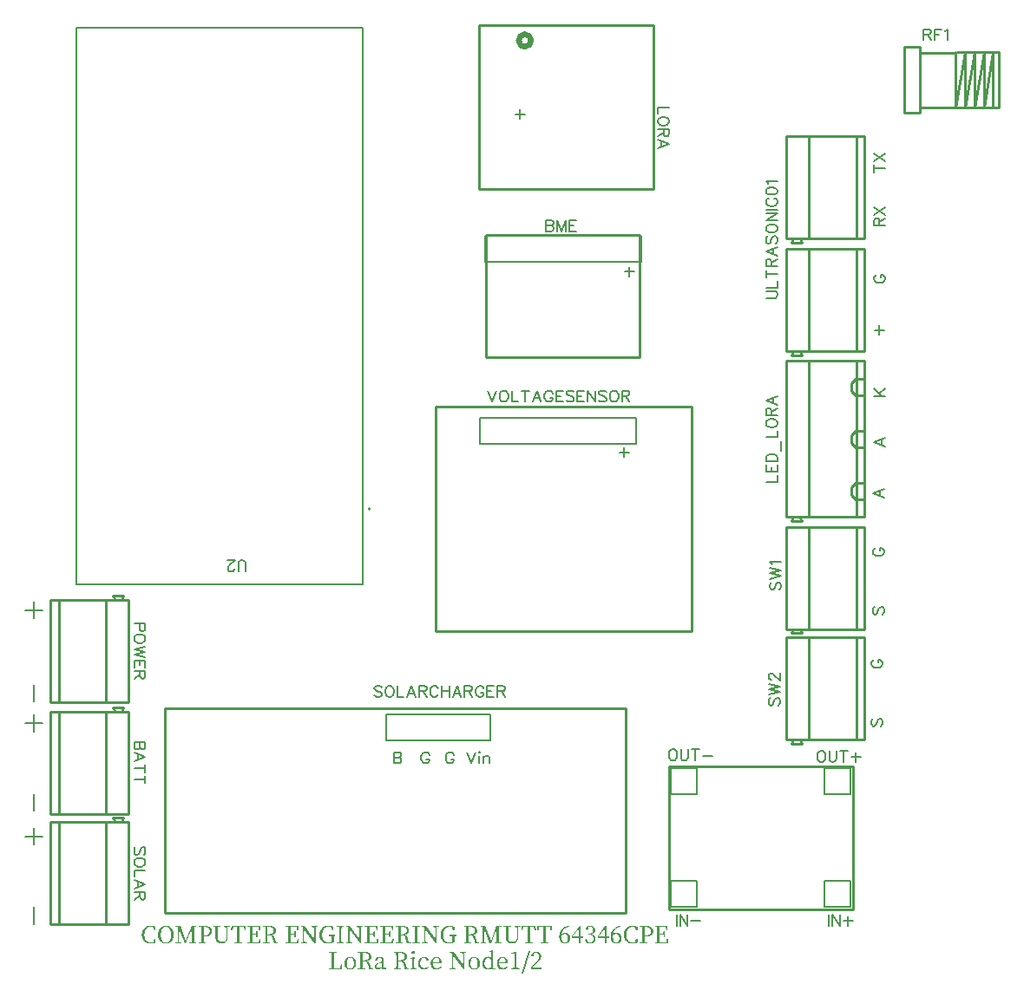
<source format=gto>
G04 Layer: TopSilkscreenLayer*
G04 EasyEDA v6.5.42, 2024-04-02 15:40:40*
G04 3ff643a6e98b40ca98db11d284ab65ea,acb5ada5342d49438264df6f97d5643c,10*
G04 Gerber Generator version 0.2*
G04 Scale: 100 percent, Rotated: No, Reflected: No *
G04 Dimensions in millimeters *
G04 leading zeros omitted , absolute positions ,4 integer and 5 decimal *
%FSLAX45Y45*%
%MOMM*%

%ADD10C,0.2032*%
%ADD11C,0.1524*%
%ADD12C,0.2540*%
%ADD13C,0.2030*%
%ADD14C,0.1270*%
%ADD15C,0.1999*%
%ADD16C,0.6000*%
%ADD17C,0.0151*%

%LPD*%
G36*
X-3950309Y-9973767D02*
G01*
X-3988917Y-9984232D01*
X-3988917Y-9991801D01*
X-3967835Y-9993630D01*
X-3967835Y-10053066D01*
X-3971848Y-10048849D01*
X-3975862Y-10045344D01*
X-3979875Y-10042550D01*
X-3983990Y-10040366D01*
X-3988104Y-10038689D01*
X-3992270Y-10037622D01*
X-3996537Y-10036962D01*
X-4000855Y-10036759D01*
X-4006545Y-10037064D01*
X-4011980Y-10037927D01*
X-4017213Y-10039350D01*
X-4022191Y-10041331D01*
X-4026915Y-10043820D01*
X-4031335Y-10046766D01*
X-4035399Y-10050221D01*
X-4039158Y-10054183D01*
X-4042562Y-10058552D01*
X-4045610Y-10063378D01*
X-4048201Y-10068661D01*
X-4050385Y-10074300D01*
X-4052112Y-10080294D01*
X-4053382Y-10086695D01*
X-4054195Y-10093452D01*
X-4054431Y-10100056D01*
X-4032351Y-10100056D01*
X-4031996Y-10091470D01*
X-4031030Y-10083749D01*
X-4029456Y-10076891D01*
X-4027373Y-10070896D01*
X-4024782Y-10065664D01*
X-4021734Y-10061244D01*
X-4018279Y-10057536D01*
X-4014470Y-10054590D01*
X-4010406Y-10052304D01*
X-4006037Y-10050729D01*
X-4001515Y-10049814D01*
X-3996791Y-10049459D01*
X-3990289Y-10050170D01*
X-3983532Y-10052354D01*
X-3976268Y-10056469D01*
X-3968343Y-10062667D01*
X-3968343Y-10135057D01*
X-3975303Y-10141915D01*
X-3982110Y-10146284D01*
X-3989222Y-10148620D01*
X-3997045Y-10149332D01*
X-4002024Y-10148976D01*
X-4006697Y-10148062D01*
X-4011117Y-10146487D01*
X-4015232Y-10144252D01*
X-4018991Y-10141356D01*
X-4022293Y-10137698D01*
X-4025239Y-10133380D01*
X-4027728Y-10128250D01*
X-4029710Y-10122408D01*
X-4031132Y-10115753D01*
X-4032046Y-10108285D01*
X-4032351Y-10100056D01*
X-4054431Y-10100056D01*
X-4054195Y-10107269D01*
X-4053484Y-10113670D01*
X-4052315Y-10119817D01*
X-4050690Y-10125608D01*
X-4048658Y-10131044D01*
X-4046220Y-10136124D01*
X-4043426Y-10140848D01*
X-4040174Y-10145115D01*
X-4036618Y-10148976D01*
X-4032707Y-10152380D01*
X-4028440Y-10155326D01*
X-4023918Y-10157764D01*
X-4019042Y-10159695D01*
X-4013911Y-10161117D01*
X-4008526Y-10161981D01*
X-4002887Y-10162235D01*
X-3997350Y-10161930D01*
X-3992219Y-10161016D01*
X-3987444Y-10159492D01*
X-3982974Y-10157460D01*
X-3978757Y-10154869D01*
X-3974795Y-10151770D01*
X-3971086Y-10148214D01*
X-3967581Y-10144201D01*
X-3966311Y-10161524D01*
X-3927449Y-10158933D01*
X-3927449Y-10151059D01*
X-3947769Y-10148824D01*
X-3947769Y-10011359D01*
X-3947007Y-9975596D01*
G37*
G36*
X-4728311Y-9977374D02*
G01*
X-4734712Y-9978491D01*
X-4739894Y-9981692D01*
X-4743297Y-9986568D01*
X-4744567Y-9992817D01*
X-4743297Y-9999014D01*
X-4739894Y-10003942D01*
X-4734712Y-10007142D01*
X-4728311Y-10008311D01*
X-4722063Y-10007142D01*
X-4716983Y-10003942D01*
X-4713579Y-9999014D01*
X-4712309Y-9992817D01*
X-4713579Y-9986568D01*
X-4716983Y-9981692D01*
X-4722063Y-9978491D01*
G37*
G36*
X-3602329Y-9981438D02*
G01*
X-3669639Y-10198811D01*
X-3655923Y-10198811D01*
X-3589121Y-9981438D01*
G37*
G36*
X-3526637Y-9987991D02*
G01*
X-3532784Y-9988296D01*
X-3538778Y-9989058D01*
X-3544519Y-9990378D01*
X-3550005Y-9992156D01*
X-3555136Y-9994493D01*
X-3559860Y-9997389D01*
X-3564178Y-10000792D01*
X-3567937Y-10004704D01*
X-3571189Y-10009124D01*
X-3573779Y-10014102D01*
X-3575710Y-10019588D01*
X-3576929Y-10025583D01*
X-3574694Y-10028885D01*
X-3571900Y-10031374D01*
X-3568649Y-10032949D01*
X-3564991Y-10033457D01*
X-3560470Y-10032644D01*
X-3556711Y-10030002D01*
X-3553663Y-10025126D01*
X-3551275Y-10017709D01*
X-3546195Y-9999472D01*
X-3542334Y-9998659D01*
X-3535578Y-9997998D01*
X-3532733Y-9997948D01*
X-3526028Y-9998557D01*
X-3519982Y-10000437D01*
X-3514750Y-10003485D01*
X-3510330Y-10007600D01*
X-3506774Y-10012730D01*
X-3504133Y-10018826D01*
X-3502558Y-10025735D01*
X-3501999Y-10033457D01*
X-3502253Y-10038486D01*
X-3502964Y-10043464D01*
X-3504184Y-10048494D01*
X-3505860Y-10053574D01*
X-3508044Y-10058755D01*
X-3510737Y-10064038D01*
X-3513988Y-10069525D01*
X-3517696Y-10075214D01*
X-3521913Y-10081107D01*
X-3531971Y-10093756D01*
X-3575913Y-10143490D01*
X-3575913Y-10158933D01*
X-3473043Y-10158933D01*
X-3473043Y-10139680D01*
X-3559911Y-10139680D01*
X-3517493Y-10095534D01*
X-3502101Y-10078415D01*
X-3494379Y-10068661D01*
X-3488486Y-10059974D01*
X-3486150Y-10055860D01*
X-3484270Y-10051846D01*
X-3482746Y-10047935D01*
X-3481578Y-10044074D01*
X-3480765Y-10040162D01*
X-3480308Y-10036251D01*
X-3480155Y-10032238D01*
X-3480460Y-10025888D01*
X-3481374Y-10019944D01*
X-3482898Y-10014356D01*
X-3485032Y-10009225D01*
X-3487826Y-10004552D01*
X-3491280Y-10000386D01*
X-3495446Y-9996779D01*
X-3500272Y-9993731D01*
X-3505758Y-9991293D01*
X-3512007Y-9989515D01*
X-3518966Y-9988397D01*
G37*
G36*
X-3722979Y-9988753D02*
G01*
X-3774541Y-10002469D01*
X-3774541Y-10011156D01*
X-3741267Y-10007803D01*
X-3741521Y-10146233D01*
X-3777335Y-10151059D01*
X-3777335Y-10158933D01*
X-3684879Y-10158933D01*
X-3684879Y-10151059D01*
X-3720185Y-10146233D01*
X-3720642Y-10116058D01*
X-3720693Y-10027361D01*
X-3719677Y-9991293D01*
G37*
G36*
X-5548477Y-9991293D02*
G01*
X-5548477Y-9999980D01*
X-5525109Y-10002469D01*
X-5524703Y-10030002D01*
X-5524601Y-10103713D01*
X-5525109Y-10147757D01*
X-5548477Y-10150348D01*
X-5548477Y-10158933D01*
X-5424271Y-10158933D01*
X-5422493Y-10111943D01*
X-5435447Y-10111943D01*
X-5443829Y-10148316D01*
X-5501233Y-10148316D01*
X-5501690Y-10115753D01*
X-5501538Y-10019080D01*
X-5501233Y-10002469D01*
X-5477865Y-9999980D01*
X-5477865Y-9991293D01*
G37*
G36*
X-5268061Y-9991293D02*
G01*
X-5268061Y-9999980D01*
X-5244693Y-10002469D01*
X-5244185Y-10046766D01*
X-5244185Y-10071049D01*
X-5221325Y-10071049D01*
X-5221224Y-10029088D01*
X-5220817Y-10001199D01*
X-5199227Y-10001199D01*
X-5192928Y-10001504D01*
X-5187238Y-10002266D01*
X-5182108Y-10003485D01*
X-5177536Y-10005263D01*
X-5173573Y-10007447D01*
X-5170119Y-10010140D01*
X-5167274Y-10013238D01*
X-5164937Y-10016744D01*
X-5163159Y-10020706D01*
X-5161889Y-10025075D01*
X-5161127Y-10029850D01*
X-5160873Y-10035032D01*
X-5161178Y-10040112D01*
X-5161991Y-10044887D01*
X-5163413Y-10049408D01*
X-5165344Y-10053624D01*
X-5167884Y-10057434D01*
X-5170932Y-10060838D01*
X-5174589Y-10063835D01*
X-5178755Y-10066375D01*
X-5183479Y-10068356D01*
X-5188762Y-10069830D01*
X-5194604Y-10070744D01*
X-5201005Y-10071049D01*
X-5244185Y-10071049D01*
X-5244287Y-10120325D01*
X-5244693Y-10147757D01*
X-5268061Y-10150348D01*
X-5268061Y-10158933D01*
X-5197449Y-10158933D01*
X-5197449Y-10150348D01*
X-5220817Y-10147503D01*
X-5221224Y-10120325D01*
X-5221325Y-10080701D01*
X-5208117Y-10080701D01*
X-5200904Y-10080955D01*
X-5194706Y-10081768D01*
X-5189524Y-10083241D01*
X-5185206Y-10085527D01*
X-5181600Y-10088829D01*
X-5178602Y-10093147D01*
X-5176164Y-10098735D01*
X-5174081Y-10105593D01*
X-5163667Y-10145522D01*
X-5160721Y-10152938D01*
X-5155844Y-10157866D01*
X-5148478Y-10160660D01*
X-5138267Y-10161524D01*
X-5132781Y-10161320D01*
X-5127802Y-10160812D01*
X-5123383Y-10160000D01*
X-5119471Y-10158933D01*
X-5119471Y-10150348D01*
X-5138775Y-10148519D01*
X-5150459Y-10109149D01*
X-5152796Y-10102392D01*
X-5155387Y-10096550D01*
X-5158333Y-10091572D01*
X-5161737Y-10087406D01*
X-5165547Y-10084003D01*
X-5169916Y-10081260D01*
X-5174843Y-10079177D01*
X-5180431Y-10077653D01*
X-5173573Y-10076180D01*
X-5167274Y-10074148D01*
X-5161635Y-10071709D01*
X-5156555Y-10068814D01*
X-5152085Y-10065562D01*
X-5148224Y-10062006D01*
X-5144922Y-10058095D01*
X-5142280Y-10053929D01*
X-5140198Y-10049510D01*
X-5138674Y-10044938D01*
X-5137810Y-10040162D01*
X-5137505Y-10035235D01*
X-5137759Y-10030206D01*
X-5138521Y-10025430D01*
X-5139842Y-10020909D01*
X-5141569Y-10016693D01*
X-5143855Y-10012781D01*
X-5146598Y-10009174D01*
X-5149748Y-10005872D01*
X-5153406Y-10002926D01*
X-5157520Y-10000234D01*
X-5162042Y-9997897D01*
X-5166969Y-9995916D01*
X-5172354Y-9994290D01*
X-5178094Y-9993020D01*
X-5184241Y-9992055D01*
X-5190794Y-9991496D01*
X-5197703Y-9991293D01*
G37*
G36*
X-4918557Y-9991293D02*
G01*
X-4918557Y-9999980D01*
X-4895443Y-10002469D01*
X-4894935Y-10046766D01*
X-4894935Y-10071049D01*
X-4872075Y-10071049D01*
X-4871974Y-10029088D01*
X-4871567Y-10001199D01*
X-4849977Y-10001199D01*
X-4843678Y-10001504D01*
X-4837988Y-10002266D01*
X-4832858Y-10003485D01*
X-4828286Y-10005263D01*
X-4824323Y-10007447D01*
X-4820869Y-10010140D01*
X-4818024Y-10013238D01*
X-4815687Y-10016744D01*
X-4813909Y-10020706D01*
X-4812639Y-10025075D01*
X-4811877Y-10029850D01*
X-4811623Y-10035032D01*
X-4811877Y-10040112D01*
X-4812741Y-10044887D01*
X-4814112Y-10049408D01*
X-4816043Y-10053624D01*
X-4818532Y-10057434D01*
X-4821580Y-10060838D01*
X-4825187Y-10063835D01*
X-4829403Y-10066375D01*
X-4834128Y-10068356D01*
X-4839411Y-10069830D01*
X-4845304Y-10070744D01*
X-4851755Y-10071049D01*
X-4894935Y-10071049D01*
X-4895037Y-10120325D01*
X-4895443Y-10147757D01*
X-4918557Y-10150348D01*
X-4918557Y-10158933D01*
X-4848199Y-10158933D01*
X-4848199Y-10150348D01*
X-4871567Y-10147503D01*
X-4871974Y-10120325D01*
X-4872075Y-10080701D01*
X-4858867Y-10080701D01*
X-4851603Y-10080955D01*
X-4845456Y-10081768D01*
X-4840224Y-10083241D01*
X-4835804Y-10085527D01*
X-4832146Y-10088829D01*
X-4829149Y-10093147D01*
X-4826660Y-10098735D01*
X-4824577Y-10105593D01*
X-4814417Y-10145522D01*
X-4811471Y-10152938D01*
X-4806492Y-10157866D01*
X-4799126Y-10160660D01*
X-4789017Y-10161524D01*
X-4783378Y-10161320D01*
X-4778349Y-10160812D01*
X-4773879Y-10160000D01*
X-4769967Y-10158933D01*
X-4769967Y-10150348D01*
X-4789525Y-10148519D01*
X-4801209Y-10109149D01*
X-4803444Y-10102392D01*
X-4806035Y-10096550D01*
X-4808982Y-10091572D01*
X-4812385Y-10087406D01*
X-4816246Y-10084003D01*
X-4820615Y-10081260D01*
X-4825593Y-10079177D01*
X-4831181Y-10077653D01*
X-4824323Y-10076180D01*
X-4818024Y-10074148D01*
X-4812334Y-10071709D01*
X-4807254Y-10068814D01*
X-4802733Y-10065562D01*
X-4798822Y-10062006D01*
X-4795520Y-10058095D01*
X-4792827Y-10053929D01*
X-4790694Y-10049510D01*
X-4789220Y-10044938D01*
X-4788306Y-10040162D01*
X-4788001Y-10035235D01*
X-4788255Y-10030206D01*
X-4789068Y-10025430D01*
X-4790338Y-10020909D01*
X-4792116Y-10016693D01*
X-4794402Y-10012781D01*
X-4797145Y-10009174D01*
X-4800346Y-10005872D01*
X-4804054Y-10002926D01*
X-4808169Y-10000234D01*
X-4812690Y-9997897D01*
X-4817668Y-9995916D01*
X-4823053Y-9994290D01*
X-4828844Y-9993020D01*
X-4834991Y-9992055D01*
X-4841544Y-9991496D01*
X-4848453Y-9991293D01*
G37*
G36*
X-4372711Y-9991293D02*
G01*
X-4372711Y-9999980D01*
X-4354931Y-10002469D01*
X-4352391Y-10005517D01*
X-4352899Y-10147249D01*
X-4373981Y-10150348D01*
X-4373981Y-10158933D01*
X-4314799Y-10158933D01*
X-4314799Y-10150348D01*
X-4341469Y-10146741D01*
X-4341977Y-10020249D01*
X-4239615Y-10160457D01*
X-4230725Y-10160457D01*
X-4230471Y-10002977D01*
X-4209643Y-9999980D01*
X-4209643Y-9991293D01*
X-4268825Y-9991293D01*
X-4268825Y-9999980D01*
X-4241901Y-10003282D01*
X-4241647Y-10119309D01*
X-4334103Y-9991293D01*
G37*
G36*
X-5342991Y-10036759D02*
G01*
X-5348427Y-10037064D01*
X-5353862Y-10037826D01*
X-5359146Y-10039096D01*
X-5364276Y-10040823D01*
X-5369255Y-10043109D01*
X-5373979Y-10045903D01*
X-5378450Y-10049154D01*
X-5382666Y-10052862D01*
X-5386476Y-10057130D01*
X-5389930Y-10061803D01*
X-5392978Y-10067036D01*
X-5395518Y-10072674D01*
X-5397601Y-10078821D01*
X-5399125Y-10085425D01*
X-5400090Y-10092486D01*
X-5400395Y-10100056D01*
X-5377535Y-10100056D01*
X-5377281Y-10091674D01*
X-5376468Y-10084003D01*
X-5375198Y-10076992D01*
X-5373420Y-10070693D01*
X-5371185Y-10065054D01*
X-5368442Y-10060178D01*
X-5365292Y-10056012D01*
X-5361635Y-10052608D01*
X-5357622Y-10049916D01*
X-5353151Y-10047986D01*
X-5348274Y-10046817D01*
X-5342991Y-10046411D01*
X-5337708Y-10046817D01*
X-5332831Y-10047986D01*
X-5328361Y-10049916D01*
X-5324348Y-10052608D01*
X-5320690Y-10056012D01*
X-5317540Y-10060178D01*
X-5314797Y-10065054D01*
X-5312562Y-10070693D01*
X-5310784Y-10076992D01*
X-5309514Y-10084003D01*
X-5308701Y-10091674D01*
X-5308447Y-10100056D01*
X-5308701Y-10108336D01*
X-5309514Y-10115905D01*
X-5310784Y-10122814D01*
X-5312562Y-10129012D01*
X-5314797Y-10134498D01*
X-5317540Y-10139273D01*
X-5320690Y-10143337D01*
X-5324348Y-10146639D01*
X-5328361Y-10149230D01*
X-5332831Y-10151110D01*
X-5337708Y-10152227D01*
X-5342991Y-10152583D01*
X-5348274Y-10152227D01*
X-5353151Y-10151110D01*
X-5357622Y-10149230D01*
X-5361635Y-10146639D01*
X-5365292Y-10143337D01*
X-5368442Y-10139273D01*
X-5371185Y-10134498D01*
X-5373420Y-10129012D01*
X-5375198Y-10122814D01*
X-5376468Y-10115905D01*
X-5377281Y-10108336D01*
X-5377535Y-10100056D01*
X-5400395Y-10100056D01*
X-5400090Y-10107523D01*
X-5399125Y-10114534D01*
X-5397601Y-10121036D01*
X-5395569Y-10127132D01*
X-5393029Y-10132720D01*
X-5389981Y-10137800D01*
X-5386578Y-10142423D01*
X-5382717Y-10146588D01*
X-5378551Y-10150246D01*
X-5374081Y-10153396D01*
X-5369356Y-10156139D01*
X-5364378Y-10158323D01*
X-5359247Y-10160050D01*
X-5353913Y-10161270D01*
X-5348478Y-10162032D01*
X-5342991Y-10162235D01*
X-5337505Y-10162032D01*
X-5332120Y-10161270D01*
X-5326837Y-10160050D01*
X-5321655Y-10158374D01*
X-5316677Y-10156190D01*
X-5311902Y-10153497D01*
X-5307431Y-10150297D01*
X-5303215Y-10146690D01*
X-5299354Y-10142524D01*
X-5295900Y-10137902D01*
X-5292801Y-10132822D01*
X-5290210Y-10127234D01*
X-5288127Y-10121138D01*
X-5286603Y-10114584D01*
X-5285638Y-10107574D01*
X-5285333Y-10100056D01*
X-5285638Y-10092436D01*
X-5286603Y-10085374D01*
X-5288127Y-10078720D01*
X-5290210Y-10072573D01*
X-5292801Y-10066883D01*
X-5295900Y-10061702D01*
X-5299354Y-10057028D01*
X-5303215Y-10052761D01*
X-5307431Y-10049052D01*
X-5311902Y-10045801D01*
X-5316677Y-10043058D01*
X-5321655Y-10040823D01*
X-5326837Y-10039045D01*
X-5332120Y-10037775D01*
X-5337505Y-10037013D01*
G37*
G36*
X-5052669Y-10036759D02*
G01*
X-5058968Y-10037013D01*
X-5064963Y-10037724D01*
X-5070551Y-10038892D01*
X-5075732Y-10040518D01*
X-5080558Y-10042601D01*
X-5084927Y-10045039D01*
X-5088839Y-10047884D01*
X-5092344Y-10051135D01*
X-5095341Y-10054793D01*
X-5097780Y-10058755D01*
X-5099761Y-10063124D01*
X-5101183Y-10067798D01*
X-5100066Y-10071862D01*
X-5097780Y-10074859D01*
X-5094427Y-10076789D01*
X-5090007Y-10077399D01*
X-5085537Y-10076688D01*
X-5081930Y-10074452D01*
X-5079238Y-10070795D01*
X-5077307Y-10065766D01*
X-5072481Y-10048443D01*
X-5065014Y-10046970D01*
X-5058257Y-10046411D01*
X-5052415Y-10046766D01*
X-5047437Y-10047833D01*
X-5043322Y-10049764D01*
X-5040020Y-10052710D01*
X-5037531Y-10056876D01*
X-5035753Y-10062311D01*
X-5034737Y-10069169D01*
X-5034381Y-10077653D01*
X-5034381Y-10085324D01*
X-5049469Y-10089184D01*
X-5056682Y-10091420D01*
X-5070805Y-10096601D01*
X-5077510Y-10099497D01*
X-5083352Y-10102392D01*
X-5088382Y-10105288D01*
X-5092598Y-10108234D01*
X-5096052Y-10111282D01*
X-5098846Y-10114381D01*
X-5101031Y-10117531D01*
X-5102606Y-10120833D01*
X-5103672Y-10124236D01*
X-5104293Y-10127996D01*
X-5083149Y-10127996D01*
X-5082946Y-10124592D01*
X-5082235Y-10121138D01*
X-5080812Y-10117683D01*
X-5078526Y-10114178D01*
X-5075224Y-10110673D01*
X-5070703Y-10107218D01*
X-5064861Y-10103815D01*
X-5057495Y-10100564D01*
X-5047183Y-10097058D01*
X-5034381Y-10093198D01*
X-5034381Y-10132822D01*
X-5043474Y-10139832D01*
X-5050485Y-10144353D01*
X-5056581Y-10146792D01*
X-5062829Y-10147503D01*
X-5070957Y-10146385D01*
X-5077358Y-10142880D01*
X-5081625Y-10136835D01*
X-5083149Y-10127996D01*
X-5104293Y-10127996D01*
X-5104485Y-10131501D01*
X-5103825Y-10138613D01*
X-5101894Y-10144810D01*
X-5098846Y-10150094D01*
X-5094833Y-10154412D01*
X-5089956Y-10157815D01*
X-5084318Y-10160304D01*
X-5078120Y-10161778D01*
X-5071465Y-10162235D01*
X-5066030Y-10161930D01*
X-5061102Y-10160965D01*
X-5056479Y-10159390D01*
X-5052110Y-10157155D01*
X-5047792Y-10154310D01*
X-5043373Y-10150805D01*
X-5033873Y-10141966D01*
X-5031232Y-10150195D01*
X-5026507Y-10156393D01*
X-5019852Y-10160355D01*
X-5011521Y-10161727D01*
X-5005324Y-10161066D01*
X-4999685Y-10158780D01*
X-4994554Y-10154767D01*
X-4989931Y-10148824D01*
X-4994503Y-10143998D01*
X-4996891Y-10146690D01*
X-4999278Y-10148671D01*
X-5001818Y-10149890D01*
X-5004663Y-10150348D01*
X-5008473Y-10149484D01*
X-5011318Y-10146792D01*
X-5013147Y-10141864D01*
X-5013807Y-10134346D01*
X-5013807Y-10079990D01*
X-5014061Y-10072573D01*
X-5014874Y-10065918D01*
X-5016144Y-10060025D01*
X-5018024Y-10054894D01*
X-5020411Y-10050424D01*
X-5023358Y-10046665D01*
X-5026812Y-10043515D01*
X-5030876Y-10041026D01*
X-5035448Y-10039146D01*
X-5040630Y-10037826D01*
X-5046370Y-10037013D01*
G37*
G36*
X-4622393Y-10036759D02*
G01*
X-4628083Y-10037064D01*
X-4633671Y-10037876D01*
X-4639106Y-10039248D01*
X-4644390Y-10041077D01*
X-4649470Y-10043464D01*
X-4654296Y-10046360D01*
X-4658817Y-10049713D01*
X-4663033Y-10053523D01*
X-4666894Y-10057841D01*
X-4670348Y-10062616D01*
X-4673396Y-10067798D01*
X-4675987Y-10073436D01*
X-4678019Y-10079482D01*
X-4679543Y-10085933D01*
X-4680508Y-10092791D01*
X-4680813Y-10100056D01*
X-4680559Y-10107015D01*
X-4679797Y-10113619D01*
X-4678527Y-10119918D01*
X-4676749Y-10125811D01*
X-4674514Y-10131348D01*
X-4671872Y-10136479D01*
X-4668774Y-10141153D01*
X-4665268Y-10145420D01*
X-4661408Y-10149230D01*
X-4657090Y-10152634D01*
X-4652467Y-10155478D01*
X-4647488Y-10157917D01*
X-4642154Y-10159796D01*
X-4636566Y-10161168D01*
X-4630623Y-10161981D01*
X-4624425Y-10162235D01*
X-4616043Y-10161727D01*
X-4608322Y-10160152D01*
X-4601413Y-10157612D01*
X-4595164Y-10154158D01*
X-4589729Y-10149738D01*
X-4585004Y-10144455D01*
X-4581093Y-10138410D01*
X-4577943Y-10131501D01*
X-4583023Y-10129266D01*
X-4586274Y-10133482D01*
X-4589881Y-10137241D01*
X-4593844Y-10140492D01*
X-4598162Y-10143236D01*
X-4602784Y-10145420D01*
X-4607610Y-10146995D01*
X-4612741Y-10147960D01*
X-4618075Y-10148316D01*
X-4623917Y-10147909D01*
X-4629454Y-10146792D01*
X-4634636Y-10144912D01*
X-4639411Y-10142372D01*
X-4643780Y-10139070D01*
X-4647742Y-10135108D01*
X-4651146Y-10130485D01*
X-4654042Y-10125202D01*
X-4656378Y-10119258D01*
X-4658055Y-10112705D01*
X-4659122Y-10105491D01*
X-4659477Y-10097719D01*
X-4659172Y-10089896D01*
X-4658207Y-10082631D01*
X-4656683Y-10076027D01*
X-4654600Y-10069982D01*
X-4652010Y-10064597D01*
X-4648860Y-10059873D01*
X-4645253Y-10055860D01*
X-4641240Y-10052507D01*
X-4636770Y-10049865D01*
X-4631893Y-10047986D01*
X-4626660Y-10046817D01*
X-4621123Y-10046411D01*
X-4617923Y-10046563D01*
X-4611014Y-10047732D01*
X-4607407Y-10048748D01*
X-4602835Y-10066477D01*
X-4601210Y-10071201D01*
X-4598568Y-10074808D01*
X-4594707Y-10077094D01*
X-4589373Y-10077907D01*
X-4585411Y-10077399D01*
X-4582312Y-10075722D01*
X-4579975Y-10072878D01*
X-4578451Y-10068814D01*
X-4579620Y-10064242D01*
X-4581398Y-10059974D01*
X-4583734Y-10055961D01*
X-4586528Y-10052253D01*
X-4589780Y-10048849D01*
X-4593488Y-10045852D01*
X-4597552Y-10043210D01*
X-4601972Y-10040975D01*
X-4606696Y-10039197D01*
X-4611725Y-10037876D01*
X-4616958Y-10037064D01*
G37*
G36*
X-4500473Y-10036759D02*
G01*
X-4506214Y-10037064D01*
X-4511852Y-10037927D01*
X-4517288Y-10039350D01*
X-4522520Y-10041331D01*
X-4527499Y-10043820D01*
X-4532274Y-10046766D01*
X-4536694Y-10050221D01*
X-4540808Y-10054183D01*
X-4544517Y-10058552D01*
X-4547870Y-10063378D01*
X-4550816Y-10068661D01*
X-4553254Y-10074300D01*
X-4555236Y-10080294D01*
X-4556658Y-10086695D01*
X-4556981Y-10089083D01*
X-4535779Y-10089083D01*
X-4534865Y-10082022D01*
X-4533442Y-10075621D01*
X-4531512Y-10069880D01*
X-4529226Y-10064851D01*
X-4526534Y-10060432D01*
X-4523536Y-10056622D01*
X-4520234Y-10053472D01*
X-4516780Y-10050881D01*
X-4513122Y-10048900D01*
X-4509363Y-10047528D01*
X-4505553Y-10046716D01*
X-4501743Y-10046411D01*
X-4495901Y-10047020D01*
X-4490567Y-10048798D01*
X-4485843Y-10051542D01*
X-4481830Y-10055148D01*
X-4478528Y-10059466D01*
X-4476089Y-10064445D01*
X-4474565Y-10069880D01*
X-4474057Y-10075672D01*
X-4474616Y-10081209D01*
X-4476699Y-10085527D01*
X-4480814Y-10088372D01*
X-4487519Y-10089388D01*
X-4556981Y-10089083D01*
X-4557572Y-10093452D01*
X-4557877Y-10100564D01*
X-4557623Y-10107676D01*
X-4556810Y-10114432D01*
X-4555540Y-10120782D01*
X-4553762Y-10126675D01*
X-4551527Y-10132161D01*
X-4548886Y-10137241D01*
X-4545787Y-10141864D01*
X-4542282Y-10146080D01*
X-4538370Y-10149789D01*
X-4534052Y-10153040D01*
X-4529429Y-10155834D01*
X-4524451Y-10158120D01*
X-4519168Y-10159898D01*
X-4513529Y-10161219D01*
X-4507636Y-10161981D01*
X-4501489Y-10162235D01*
X-4493514Y-10161727D01*
X-4486046Y-10160254D01*
X-4479239Y-10157815D01*
X-4472990Y-10154462D01*
X-4467402Y-10150348D01*
X-4462373Y-10145420D01*
X-4458004Y-10139832D01*
X-4454245Y-10133533D01*
X-4459071Y-10130282D01*
X-4462475Y-10134092D01*
X-4466031Y-10137597D01*
X-4469790Y-10140645D01*
X-4473854Y-10143286D01*
X-4478274Y-10145420D01*
X-4483150Y-10146995D01*
X-4488484Y-10147960D01*
X-4494377Y-10148316D01*
X-4500321Y-10147960D01*
X-4505909Y-10146893D01*
X-4511090Y-10145166D01*
X-4515916Y-10142728D01*
X-4520285Y-10139578D01*
X-4524146Y-10135768D01*
X-4527550Y-10131247D01*
X-4530445Y-10126014D01*
X-4532731Y-10120122D01*
X-4534458Y-10113518D01*
X-4535576Y-10106202D01*
X-4536033Y-10098227D01*
X-4455515Y-10098532D01*
X-4454702Y-10095738D01*
X-4454144Y-10092486D01*
X-4453737Y-10084511D01*
X-4454144Y-10077399D01*
X-4455312Y-10070744D01*
X-4457242Y-10064648D01*
X-4459884Y-10059060D01*
X-4463135Y-10054031D01*
X-4466996Y-10049611D01*
X-4471466Y-10045801D01*
X-4476394Y-10042601D01*
X-4481830Y-10040112D01*
X-4487672Y-10038283D01*
X-4493920Y-10037165D01*
G37*
G36*
X-4134459Y-10036759D02*
G01*
X-4139895Y-10037064D01*
X-4145279Y-10037826D01*
X-4150563Y-10039096D01*
X-4155694Y-10040823D01*
X-4160672Y-10043109D01*
X-4165396Y-10045903D01*
X-4169816Y-10049154D01*
X-4173982Y-10052862D01*
X-4177792Y-10057130D01*
X-4181246Y-10061803D01*
X-4184243Y-10067036D01*
X-4186783Y-10072674D01*
X-4188815Y-10078821D01*
X-4190339Y-10085425D01*
X-4191304Y-10092486D01*
X-4191609Y-10100056D01*
X-4168749Y-10100056D01*
X-4168495Y-10091674D01*
X-4167733Y-10084003D01*
X-4166463Y-10076992D01*
X-4164736Y-10070693D01*
X-4162501Y-10065054D01*
X-4159808Y-10060178D01*
X-4156659Y-10056012D01*
X-4153052Y-10052608D01*
X-4149039Y-10049916D01*
X-4144568Y-10047986D01*
X-4139742Y-10046817D01*
X-4134459Y-10046411D01*
X-4129176Y-10046817D01*
X-4124299Y-10047986D01*
X-4119829Y-10049916D01*
X-4115815Y-10052608D01*
X-4112158Y-10056012D01*
X-4109008Y-10060178D01*
X-4106265Y-10065054D01*
X-4104030Y-10070693D01*
X-4102252Y-10076992D01*
X-4100982Y-10084003D01*
X-4100169Y-10091674D01*
X-4099915Y-10100056D01*
X-4100169Y-10108336D01*
X-4100982Y-10115905D01*
X-4102252Y-10122814D01*
X-4104030Y-10129012D01*
X-4106265Y-10134498D01*
X-4109008Y-10139273D01*
X-4112158Y-10143337D01*
X-4115815Y-10146639D01*
X-4119829Y-10149230D01*
X-4124299Y-10151110D01*
X-4129176Y-10152227D01*
X-4134459Y-10152583D01*
X-4139742Y-10152227D01*
X-4144568Y-10151110D01*
X-4149039Y-10149230D01*
X-4153052Y-10146639D01*
X-4156659Y-10143337D01*
X-4159808Y-10139273D01*
X-4162501Y-10134498D01*
X-4164736Y-10129012D01*
X-4166463Y-10122814D01*
X-4167733Y-10115905D01*
X-4168495Y-10108336D01*
X-4168749Y-10100056D01*
X-4191609Y-10100056D01*
X-4191304Y-10107523D01*
X-4190339Y-10114534D01*
X-4188866Y-10121036D01*
X-4186834Y-10127132D01*
X-4184294Y-10132720D01*
X-4181297Y-10137800D01*
X-4177893Y-10142423D01*
X-4174083Y-10146588D01*
X-4169918Y-10150246D01*
X-4165498Y-10153396D01*
X-4160774Y-10156139D01*
X-4155795Y-10158323D01*
X-4150664Y-10160050D01*
X-4145381Y-10161270D01*
X-4139946Y-10162032D01*
X-4134459Y-10162235D01*
X-4128973Y-10162032D01*
X-4123537Y-10161270D01*
X-4118203Y-10160050D01*
X-4113022Y-10158374D01*
X-4108043Y-10156190D01*
X-4103268Y-10153497D01*
X-4098747Y-10150297D01*
X-4094581Y-10146690D01*
X-4090720Y-10142524D01*
X-4087266Y-10137902D01*
X-4084218Y-10132822D01*
X-4081678Y-10127234D01*
X-4079595Y-10121138D01*
X-4078071Y-10114584D01*
X-4077106Y-10107574D01*
X-4076801Y-10100056D01*
X-4077106Y-10092436D01*
X-4078071Y-10085374D01*
X-4079595Y-10078720D01*
X-4081678Y-10072573D01*
X-4084269Y-10066883D01*
X-4087368Y-10061702D01*
X-4090822Y-10057028D01*
X-4094683Y-10052761D01*
X-4098899Y-10049052D01*
X-4103370Y-10045801D01*
X-4108145Y-10043058D01*
X-4113123Y-10040823D01*
X-4118305Y-10039045D01*
X-4123588Y-10037775D01*
X-4128973Y-10037013D01*
G37*
G36*
X-3854551Y-10036759D02*
G01*
X-3860241Y-10037064D01*
X-3865829Y-10037927D01*
X-3871264Y-10039350D01*
X-3876497Y-10041331D01*
X-3881475Y-10043820D01*
X-3886200Y-10046766D01*
X-3890670Y-10050221D01*
X-3894785Y-10054183D01*
X-3898544Y-10058552D01*
X-3901897Y-10063378D01*
X-3904843Y-10068661D01*
X-3907332Y-10074300D01*
X-3909314Y-10080294D01*
X-3910736Y-10086695D01*
X-3911059Y-10089083D01*
X-3889857Y-10089083D01*
X-3888943Y-10082022D01*
X-3887520Y-10075621D01*
X-3885590Y-10069880D01*
X-3883304Y-10064851D01*
X-3880561Y-10060432D01*
X-3877564Y-10056622D01*
X-3874262Y-10053472D01*
X-3870756Y-10050881D01*
X-3867099Y-10048900D01*
X-3863289Y-10047528D01*
X-3859428Y-10046716D01*
X-3855567Y-10046411D01*
X-3849776Y-10047020D01*
X-3844544Y-10048798D01*
X-3839870Y-10051542D01*
X-3835857Y-10055148D01*
X-3832606Y-10059466D01*
X-3830167Y-10064445D01*
X-3828643Y-10069880D01*
X-3828135Y-10075672D01*
X-3828643Y-10081209D01*
X-3830675Y-10085527D01*
X-3834790Y-10088372D01*
X-3841597Y-10089388D01*
X-3911059Y-10089083D01*
X-3911650Y-10093452D01*
X-3911955Y-10100564D01*
X-3911701Y-10107676D01*
X-3910888Y-10114432D01*
X-3909618Y-10120782D01*
X-3907840Y-10126675D01*
X-3905605Y-10132161D01*
X-3902964Y-10137241D01*
X-3899865Y-10141864D01*
X-3896360Y-10146080D01*
X-3892448Y-10149789D01*
X-3888130Y-10153040D01*
X-3883507Y-10155834D01*
X-3878529Y-10158120D01*
X-3873246Y-10159898D01*
X-3867607Y-10161219D01*
X-3861714Y-10161981D01*
X-3855567Y-10162235D01*
X-3847490Y-10161727D01*
X-3840022Y-10160254D01*
X-3833114Y-10157815D01*
X-3826865Y-10154462D01*
X-3821226Y-10150348D01*
X-3816197Y-10145420D01*
X-3811828Y-10139832D01*
X-3808069Y-10133533D01*
X-3813149Y-10130282D01*
X-3816553Y-10134092D01*
X-3820109Y-10137597D01*
X-3823868Y-10140645D01*
X-3827932Y-10143286D01*
X-3832351Y-10145420D01*
X-3837228Y-10146995D01*
X-3842562Y-10147960D01*
X-3848455Y-10148316D01*
X-3854399Y-10147960D01*
X-3859987Y-10146893D01*
X-3865168Y-10145166D01*
X-3869994Y-10142728D01*
X-3874312Y-10139578D01*
X-3878224Y-10135768D01*
X-3881577Y-10131247D01*
X-3884422Y-10126014D01*
X-3886708Y-10120122D01*
X-3888384Y-10113518D01*
X-3889451Y-10106202D01*
X-3889857Y-10098227D01*
X-3809593Y-10098532D01*
X-3808729Y-10095738D01*
X-3808120Y-10092486D01*
X-3807714Y-10088727D01*
X-3807561Y-10084511D01*
X-3807968Y-10077399D01*
X-3809187Y-10070744D01*
X-3811117Y-10064648D01*
X-3813759Y-10059060D01*
X-3817061Y-10054031D01*
X-3820972Y-10049611D01*
X-3825443Y-10045801D01*
X-3830421Y-10042601D01*
X-3835857Y-10040112D01*
X-3841699Y-10038283D01*
X-3847947Y-10037165D01*
G37*
G36*
X-4720691Y-10037064D02*
G01*
X-4759045Y-10050475D01*
X-4759045Y-10058146D01*
X-4738725Y-10059924D01*
X-4738166Y-10075367D01*
X-4737963Y-10093198D01*
X-4738116Y-10126980D01*
X-4738471Y-10148519D01*
X-4757775Y-10151059D01*
X-4757775Y-10158933D01*
X-4700117Y-10158933D01*
X-4700117Y-10151059D01*
X-4717135Y-10148519D01*
X-4717491Y-10126980D01*
X-4717643Y-10072827D01*
X-4717135Y-10039299D01*
G37*
G36*
X-7291425Y-9733483D02*
G01*
X-7297470Y-9733686D01*
X-7303363Y-9734245D01*
X-7309053Y-9735159D01*
X-7314641Y-9736429D01*
X-7320025Y-9738055D01*
X-7325258Y-9739985D01*
X-7330287Y-9742271D01*
X-7335113Y-9744811D01*
X-7339685Y-9747707D01*
X-7344105Y-9750907D01*
X-7348220Y-9754362D01*
X-7352131Y-9758070D01*
X-7355789Y-9762083D01*
X-7359142Y-9766350D01*
X-7362291Y-9770872D01*
X-7365085Y-9775596D01*
X-7367625Y-9780574D01*
X-7369860Y-9785807D01*
X-7371791Y-9791192D01*
X-7373366Y-9796830D01*
X-7374636Y-9802622D01*
X-7375499Y-9808616D01*
X-7376058Y-9814814D01*
X-7376261Y-9821164D01*
X-7376058Y-9827564D01*
X-7375550Y-9833813D01*
X-7374686Y-9839858D01*
X-7373467Y-9845700D01*
X-7371943Y-9851339D01*
X-7370064Y-9856774D01*
X-7367930Y-9861956D01*
X-7365441Y-9866934D01*
X-7362698Y-9871659D01*
X-7359650Y-9876129D01*
X-7356297Y-9880396D01*
X-7352690Y-9884359D01*
X-7348829Y-9888067D01*
X-7344714Y-9891471D01*
X-7340346Y-9894620D01*
X-7335774Y-9897414D01*
X-7330948Y-9899954D01*
X-7325918Y-9902190D01*
X-7320635Y-9904069D01*
X-7315149Y-9905644D01*
X-7309510Y-9906914D01*
X-7303668Y-9907778D01*
X-7297623Y-9908336D01*
X-7291425Y-9908540D01*
X-7284720Y-9908336D01*
X-7278166Y-9907828D01*
X-7271715Y-9906965D01*
X-7265416Y-9905695D01*
X-7259218Y-9904018D01*
X-7253122Y-9901986D01*
X-7247077Y-9899497D01*
X-7241133Y-9896551D01*
X-7240879Y-9859772D01*
X-7254595Y-9859772D01*
X-7260691Y-9891522D01*
X-7267905Y-9894366D01*
X-7275118Y-9896246D01*
X-7282281Y-9897262D01*
X-7289393Y-9897567D01*
X-7294727Y-9897414D01*
X-7299858Y-9896805D01*
X-7304836Y-9895840D01*
X-7309612Y-9894468D01*
X-7314184Y-9892690D01*
X-7318502Y-9890556D01*
X-7322616Y-9888016D01*
X-7326528Y-9885070D01*
X-7330135Y-9881819D01*
X-7333538Y-9878110D01*
X-7336637Y-9874097D01*
X-7339431Y-9869678D01*
X-7341971Y-9864902D01*
X-7344206Y-9859721D01*
X-7346137Y-9854184D01*
X-7347712Y-9848291D01*
X-7348981Y-9842042D01*
X-7349845Y-9835438D01*
X-7350404Y-9828479D01*
X-7350607Y-9821164D01*
X-7350404Y-9813848D01*
X-7349794Y-9806889D01*
X-7348829Y-9800285D01*
X-7347458Y-9794036D01*
X-7345781Y-9788144D01*
X-7343749Y-9782606D01*
X-7341412Y-9777425D01*
X-7338720Y-9772650D01*
X-7335774Y-9768179D01*
X-7332573Y-9764115D01*
X-7329119Y-9760407D01*
X-7325359Y-9757105D01*
X-7321397Y-9754158D01*
X-7317231Y-9751568D01*
X-7312863Y-9749434D01*
X-7308342Y-9747605D01*
X-7303617Y-9746234D01*
X-7298740Y-9745218D01*
X-7293762Y-9744608D01*
X-7288631Y-9744456D01*
X-7282180Y-9744760D01*
X-7275779Y-9745878D01*
X-7269429Y-9747859D01*
X-7262977Y-9750806D01*
X-7256881Y-9782556D01*
X-7243165Y-9782556D01*
X-7243419Y-9745980D01*
X-7249617Y-9742627D01*
X-7255865Y-9739934D01*
X-7262063Y-9737750D01*
X-7268159Y-9736124D01*
X-7274204Y-9734905D01*
X-7280148Y-9734092D01*
X-7285888Y-9733635D01*
G37*
G36*
X-7141565Y-9733483D02*
G01*
X-7146493Y-9733686D01*
X-7151370Y-9734194D01*
X-7156145Y-9735007D01*
X-7160920Y-9736175D01*
X-7165594Y-9737699D01*
X-7170166Y-9739477D01*
X-7174636Y-9741611D01*
X-7178954Y-9744049D01*
X-7183120Y-9746792D01*
X-7187184Y-9749790D01*
X-7191044Y-9753142D01*
X-7194702Y-9756749D01*
X-7198156Y-9760661D01*
X-7201357Y-9764826D01*
X-7204405Y-9769297D01*
X-7207148Y-9774021D01*
X-7209637Y-9779050D01*
X-7211822Y-9784283D01*
X-7213752Y-9789820D01*
X-7215327Y-9795611D01*
X-7216597Y-9801606D01*
X-7217511Y-9807905D01*
X-7218070Y-9814407D01*
X-7218273Y-9821164D01*
X-7192365Y-9821164D01*
X-7192264Y-9815271D01*
X-7191908Y-9809429D01*
X-7191298Y-9803688D01*
X-7189368Y-9792563D01*
X-7186422Y-9782048D01*
X-7184593Y-9777120D01*
X-7182459Y-9772446D01*
X-7180122Y-9768027D01*
X-7177481Y-9763912D01*
X-7174585Y-9760102D01*
X-7171436Y-9756648D01*
X-7167981Y-9753549D01*
X-7164273Y-9750856D01*
X-7160310Y-9748621D01*
X-7156043Y-9746843D01*
X-7151522Y-9745522D01*
X-7146696Y-9744710D01*
X-7141565Y-9744456D01*
X-7136485Y-9744710D01*
X-7131710Y-9745522D01*
X-7127189Y-9746843D01*
X-7123023Y-9748621D01*
X-7119061Y-9750856D01*
X-7115403Y-9753549D01*
X-7112050Y-9756648D01*
X-7108901Y-9760102D01*
X-7106056Y-9763912D01*
X-7103516Y-9768027D01*
X-7101179Y-9772446D01*
X-7099096Y-9777120D01*
X-7097318Y-9782048D01*
X-7095744Y-9787229D01*
X-7093407Y-9798050D01*
X-7091984Y-9809429D01*
X-7091629Y-9815271D01*
X-7091629Y-9827006D01*
X-7091984Y-9832848D01*
X-7093407Y-9844227D01*
X-7095744Y-9855047D01*
X-7097318Y-9860229D01*
X-7099096Y-9865156D01*
X-7101179Y-9869830D01*
X-7103516Y-9874250D01*
X-7106056Y-9878364D01*
X-7108901Y-9882174D01*
X-7112050Y-9885629D01*
X-7115403Y-9888728D01*
X-7119061Y-9891420D01*
X-7123023Y-9893655D01*
X-7127189Y-9895433D01*
X-7131710Y-9896754D01*
X-7136485Y-9897567D01*
X-7141565Y-9897872D01*
X-7146696Y-9897567D01*
X-7151522Y-9896754D01*
X-7156043Y-9895433D01*
X-7160310Y-9893655D01*
X-7164273Y-9891420D01*
X-7167981Y-9888728D01*
X-7171436Y-9885629D01*
X-7174585Y-9882174D01*
X-7177481Y-9878364D01*
X-7180122Y-9874250D01*
X-7182459Y-9869830D01*
X-7184593Y-9865156D01*
X-7186422Y-9860229D01*
X-7189368Y-9849713D01*
X-7191298Y-9838588D01*
X-7191908Y-9832848D01*
X-7192365Y-9821164D01*
X-7218273Y-9821164D01*
X-7218070Y-9828123D01*
X-7217511Y-9834829D01*
X-7216597Y-9841230D01*
X-7215327Y-9847376D01*
X-7213752Y-9853218D01*
X-7211872Y-9858806D01*
X-7209688Y-9864090D01*
X-7207199Y-9869068D01*
X-7204456Y-9873792D01*
X-7201458Y-9878212D01*
X-7198207Y-9882327D01*
X-7194753Y-9886188D01*
X-7191146Y-9889693D01*
X-7187285Y-9892944D01*
X-7183272Y-9895890D01*
X-7179056Y-9898481D01*
X-7174738Y-9900818D01*
X-7170267Y-9902850D01*
X-7165695Y-9904577D01*
X-7161022Y-9906000D01*
X-7156246Y-9907117D01*
X-7151420Y-9907879D01*
X-7141565Y-9908540D01*
X-7136638Y-9908336D01*
X-7131812Y-9907828D01*
X-7126986Y-9907016D01*
X-7122261Y-9905847D01*
X-7117588Y-9904374D01*
X-7113066Y-9902596D01*
X-7108596Y-9900513D01*
X-7104329Y-9898126D01*
X-7100163Y-9895382D01*
X-7096150Y-9892385D01*
X-7092340Y-9889083D01*
X-7088682Y-9885476D01*
X-7085279Y-9881616D01*
X-7082078Y-9877450D01*
X-7079081Y-9873030D01*
X-7076389Y-9868306D01*
X-7073900Y-9863277D01*
X-7071715Y-9858044D01*
X-7069836Y-9852507D01*
X-7068261Y-9846767D01*
X-7067042Y-9840722D01*
X-7066127Y-9834422D01*
X-7065568Y-9827920D01*
X-7065365Y-9821164D01*
X-7065568Y-9814204D01*
X-7066127Y-9807498D01*
X-7067042Y-9801098D01*
X-7068312Y-9795002D01*
X-7069886Y-9789109D01*
X-7071817Y-9783572D01*
X-7074001Y-9778238D01*
X-7076490Y-9773259D01*
X-7079234Y-9768535D01*
X-7082231Y-9764064D01*
X-7085431Y-9759950D01*
X-7088886Y-9756089D01*
X-7092543Y-9752533D01*
X-7096353Y-9749282D01*
X-7100366Y-9746284D01*
X-7104532Y-9743643D01*
X-7108850Y-9741306D01*
X-7113270Y-9739223D01*
X-7117791Y-9737496D01*
X-7122414Y-9736074D01*
X-7127138Y-9734956D01*
X-7131913Y-9734143D01*
G37*
G36*
X-5557875Y-9733483D02*
G01*
X-5564073Y-9733686D01*
X-5570118Y-9734245D01*
X-5575960Y-9735210D01*
X-5581650Y-9736480D01*
X-5587136Y-9738106D01*
X-5592419Y-9740036D01*
X-5597499Y-9742322D01*
X-5602376Y-9744964D01*
X-5606999Y-9747859D01*
X-5611368Y-9751060D01*
X-5615533Y-9754514D01*
X-5619394Y-9758273D01*
X-5623052Y-9762286D01*
X-5626404Y-9766554D01*
X-5629452Y-9771075D01*
X-5632246Y-9775850D01*
X-5634786Y-9780828D01*
X-5636971Y-9786010D01*
X-5638850Y-9791395D01*
X-5640374Y-9797034D01*
X-5641594Y-9802774D01*
X-5642508Y-9808718D01*
X-5643016Y-9814864D01*
X-5643219Y-9821164D01*
X-5643067Y-9827463D01*
X-5642508Y-9833559D01*
X-5641644Y-9839553D01*
X-5640425Y-9845344D01*
X-5638901Y-9850932D01*
X-5637072Y-9856317D01*
X-5634939Y-9861499D01*
X-5632450Y-9866477D01*
X-5629706Y-9871202D01*
X-5626658Y-9875723D01*
X-5623356Y-9879990D01*
X-5619800Y-9883952D01*
X-5615940Y-9887712D01*
X-5611825Y-9891166D01*
X-5607507Y-9894316D01*
X-5602935Y-9897211D01*
X-5598109Y-9899802D01*
X-5593080Y-9902037D01*
X-5587796Y-9903968D01*
X-5582361Y-9905593D01*
X-5576722Y-9906863D01*
X-5570880Y-9907778D01*
X-5564835Y-9908336D01*
X-5558637Y-9908540D01*
X-5551119Y-9908286D01*
X-5543905Y-9907524D01*
X-5536946Y-9906355D01*
X-5530189Y-9904730D01*
X-5523585Y-9902647D01*
X-5517083Y-9900158D01*
X-5510580Y-9897262D01*
X-5504027Y-9894011D01*
X-5503875Y-9858654D01*
X-5503519Y-9835388D01*
X-5488279Y-9833864D01*
X-5488279Y-9825177D01*
X-5553557Y-9825177D01*
X-5553557Y-9833864D01*
X-5526887Y-9835896D01*
X-5526633Y-9892538D01*
X-5533440Y-9894824D01*
X-5540298Y-9896398D01*
X-5547309Y-9897313D01*
X-5554573Y-9897567D01*
X-5560212Y-9897364D01*
X-5565648Y-9896754D01*
X-5570829Y-9895687D01*
X-5575808Y-9894265D01*
X-5580532Y-9892385D01*
X-5585053Y-9890150D01*
X-5589270Y-9887508D01*
X-5593232Y-9884511D01*
X-5596940Y-9881108D01*
X-5600344Y-9877348D01*
X-5603443Y-9873234D01*
X-5606288Y-9868763D01*
X-5608777Y-9863988D01*
X-5611012Y-9858806D01*
X-5612892Y-9853320D01*
X-5614466Y-9847529D01*
X-5615686Y-9841382D01*
X-5616600Y-9834930D01*
X-5617108Y-9828174D01*
X-5617311Y-9821164D01*
X-5617108Y-9814001D01*
X-5616549Y-9807143D01*
X-5615584Y-9800640D01*
X-5614314Y-9794443D01*
X-5612688Y-9788601D01*
X-5610707Y-9783064D01*
X-5608421Y-9777882D01*
X-5605830Y-9773056D01*
X-5602935Y-9768586D01*
X-5599734Y-9764522D01*
X-5596331Y-9760762D01*
X-5592622Y-9757410D01*
X-5588660Y-9754412D01*
X-5584494Y-9751771D01*
X-5580126Y-9749536D01*
X-5575554Y-9747707D01*
X-5570728Y-9746284D01*
X-5565749Y-9745268D01*
X-5560618Y-9744659D01*
X-5555335Y-9744456D01*
X-5547766Y-9744862D01*
X-5540552Y-9746234D01*
X-5533644Y-9748520D01*
X-5526887Y-9751822D01*
X-5520791Y-9782759D01*
X-5507329Y-9782759D01*
X-5507837Y-9745980D01*
X-5513070Y-9742932D01*
X-5518454Y-9740341D01*
X-5524144Y-9738207D01*
X-5530088Y-9736480D01*
X-5536387Y-9735159D01*
X-5543092Y-9734245D01*
X-5550255Y-9733686D01*
G37*
G36*
X-4377283Y-9733483D02*
G01*
X-4383481Y-9733686D01*
X-4389526Y-9734245D01*
X-4395368Y-9735210D01*
X-4401058Y-9736480D01*
X-4406544Y-9738106D01*
X-4411827Y-9740036D01*
X-4416907Y-9742322D01*
X-4421784Y-9744964D01*
X-4426407Y-9747859D01*
X-4430776Y-9751060D01*
X-4434941Y-9754514D01*
X-4438802Y-9758273D01*
X-4442460Y-9762286D01*
X-4445812Y-9766554D01*
X-4448860Y-9771075D01*
X-4451654Y-9775850D01*
X-4454194Y-9780828D01*
X-4456379Y-9786010D01*
X-4458258Y-9791395D01*
X-4459782Y-9797034D01*
X-4461002Y-9802774D01*
X-4461916Y-9808718D01*
X-4462424Y-9814864D01*
X-4462627Y-9821164D01*
X-4462475Y-9827463D01*
X-4461916Y-9833559D01*
X-4461052Y-9839553D01*
X-4459833Y-9845344D01*
X-4458309Y-9850932D01*
X-4456480Y-9856317D01*
X-4454347Y-9861499D01*
X-4451858Y-9866477D01*
X-4449114Y-9871202D01*
X-4446066Y-9875723D01*
X-4442764Y-9879990D01*
X-4439208Y-9883952D01*
X-4435348Y-9887712D01*
X-4431233Y-9891166D01*
X-4426915Y-9894316D01*
X-4422343Y-9897211D01*
X-4417517Y-9899802D01*
X-4412488Y-9902037D01*
X-4407204Y-9903968D01*
X-4401769Y-9905593D01*
X-4396130Y-9906863D01*
X-4390288Y-9907778D01*
X-4384243Y-9908336D01*
X-4378045Y-9908540D01*
X-4370578Y-9908286D01*
X-4363415Y-9907524D01*
X-4356455Y-9906355D01*
X-4349750Y-9904730D01*
X-4343146Y-9902647D01*
X-4336592Y-9900158D01*
X-4330141Y-9897262D01*
X-4323689Y-9894011D01*
X-4323384Y-9852710D01*
X-4322927Y-9835388D01*
X-4307941Y-9833864D01*
X-4307941Y-9825177D01*
X-4372965Y-9825177D01*
X-4372965Y-9833864D01*
X-4346549Y-9835896D01*
X-4346194Y-9859264D01*
X-4346041Y-9892538D01*
X-4353001Y-9894824D01*
X-4359859Y-9896398D01*
X-4366869Y-9897313D01*
X-4374235Y-9897567D01*
X-4379874Y-9897364D01*
X-4385310Y-9896754D01*
X-4390491Y-9895687D01*
X-4395470Y-9894265D01*
X-4400194Y-9892385D01*
X-4404664Y-9890150D01*
X-4408830Y-9887508D01*
X-4412792Y-9884511D01*
X-4416450Y-9881108D01*
X-4419854Y-9877348D01*
X-4422952Y-9873234D01*
X-4425746Y-9868763D01*
X-4428286Y-9863988D01*
X-4430471Y-9858806D01*
X-4432350Y-9853320D01*
X-4433925Y-9847529D01*
X-4435144Y-9841382D01*
X-4436008Y-9834930D01*
X-4436516Y-9828174D01*
X-4436719Y-9821164D01*
X-4436516Y-9814001D01*
X-4435957Y-9807143D01*
X-4435043Y-9800640D01*
X-4433722Y-9794443D01*
X-4432096Y-9788601D01*
X-4430166Y-9783064D01*
X-4427880Y-9777882D01*
X-4425289Y-9773056D01*
X-4422394Y-9768586D01*
X-4419244Y-9764522D01*
X-4415840Y-9760762D01*
X-4412132Y-9757410D01*
X-4408220Y-9754412D01*
X-4404055Y-9751771D01*
X-4399635Y-9749536D01*
X-4395063Y-9747707D01*
X-4390237Y-9746284D01*
X-4385259Y-9745268D01*
X-4380077Y-9744659D01*
X-4374743Y-9744456D01*
X-4367174Y-9744862D01*
X-4359960Y-9746234D01*
X-4353153Y-9748520D01*
X-4346549Y-9751822D01*
X-4340199Y-9782759D01*
X-4326737Y-9782759D01*
X-4327245Y-9745980D01*
X-4332478Y-9742932D01*
X-4337862Y-9740341D01*
X-4343552Y-9738207D01*
X-4349496Y-9736480D01*
X-4355795Y-9735159D01*
X-4362500Y-9734245D01*
X-4369663Y-9733686D01*
G37*
G36*
X-2589123Y-9733483D02*
G01*
X-2595168Y-9733686D01*
X-2601061Y-9734245D01*
X-2606751Y-9735159D01*
X-2612339Y-9736429D01*
X-2617724Y-9738055D01*
X-2622956Y-9739985D01*
X-2627985Y-9742271D01*
X-2632811Y-9744811D01*
X-2637383Y-9747707D01*
X-2641803Y-9750907D01*
X-2645918Y-9754362D01*
X-2649829Y-9758070D01*
X-2653487Y-9762083D01*
X-2656840Y-9766350D01*
X-2659989Y-9770872D01*
X-2662783Y-9775596D01*
X-2665323Y-9780574D01*
X-2667558Y-9785807D01*
X-2669489Y-9791192D01*
X-2671064Y-9796830D01*
X-2672334Y-9802622D01*
X-2673197Y-9808616D01*
X-2673756Y-9814814D01*
X-2673959Y-9821164D01*
X-2673756Y-9827564D01*
X-2673248Y-9833813D01*
X-2672384Y-9839858D01*
X-2671165Y-9845700D01*
X-2669641Y-9851339D01*
X-2667762Y-9856774D01*
X-2665628Y-9861956D01*
X-2663139Y-9866934D01*
X-2660396Y-9871659D01*
X-2657348Y-9876129D01*
X-2653995Y-9880396D01*
X-2650388Y-9884359D01*
X-2646527Y-9888067D01*
X-2642412Y-9891471D01*
X-2638044Y-9894620D01*
X-2633472Y-9897414D01*
X-2628646Y-9899954D01*
X-2623616Y-9902190D01*
X-2618333Y-9904069D01*
X-2612847Y-9905644D01*
X-2607208Y-9906914D01*
X-2601366Y-9907778D01*
X-2595321Y-9908336D01*
X-2589123Y-9908540D01*
X-2582418Y-9908336D01*
X-2575864Y-9907828D01*
X-2569413Y-9906965D01*
X-2563114Y-9905695D01*
X-2556916Y-9904018D01*
X-2550820Y-9901986D01*
X-2544775Y-9899497D01*
X-2538831Y-9896551D01*
X-2538577Y-9859772D01*
X-2552293Y-9859772D01*
X-2558389Y-9891522D01*
X-2565603Y-9894366D01*
X-2572816Y-9896246D01*
X-2579979Y-9897262D01*
X-2587091Y-9897567D01*
X-2592425Y-9897414D01*
X-2597556Y-9896805D01*
X-2602534Y-9895840D01*
X-2607310Y-9894468D01*
X-2611882Y-9892690D01*
X-2616200Y-9890556D01*
X-2620314Y-9888016D01*
X-2624226Y-9885070D01*
X-2627833Y-9881819D01*
X-2631236Y-9878110D01*
X-2634335Y-9874097D01*
X-2637129Y-9869678D01*
X-2639669Y-9864902D01*
X-2641904Y-9859721D01*
X-2643835Y-9854184D01*
X-2645410Y-9848291D01*
X-2646680Y-9842042D01*
X-2647543Y-9835438D01*
X-2648102Y-9828479D01*
X-2648305Y-9821164D01*
X-2648102Y-9813848D01*
X-2647492Y-9806889D01*
X-2646527Y-9800285D01*
X-2645156Y-9794036D01*
X-2643479Y-9788144D01*
X-2641447Y-9782606D01*
X-2639110Y-9777425D01*
X-2636418Y-9772650D01*
X-2633472Y-9768179D01*
X-2630271Y-9764115D01*
X-2626817Y-9760407D01*
X-2623058Y-9757105D01*
X-2619095Y-9754158D01*
X-2614930Y-9751568D01*
X-2610612Y-9749434D01*
X-2606040Y-9747605D01*
X-2601315Y-9746234D01*
X-2596438Y-9745218D01*
X-2591460Y-9744608D01*
X-2586329Y-9744456D01*
X-2579878Y-9744760D01*
X-2573528Y-9745878D01*
X-2567127Y-9747859D01*
X-2560675Y-9750806D01*
X-2554579Y-9782556D01*
X-2540863Y-9782556D01*
X-2541117Y-9745980D01*
X-2547315Y-9742627D01*
X-2553563Y-9739934D01*
X-2559761Y-9737750D01*
X-2565908Y-9736124D01*
X-2571902Y-9734905D01*
X-2577846Y-9734092D01*
X-2583586Y-9733635D01*
G37*
G36*
X-3207105Y-9733991D02*
G01*
X-3219958Y-9736124D01*
X-3226054Y-9737598D01*
X-3231946Y-9739325D01*
X-3237636Y-9741255D01*
X-3243122Y-9743440D01*
X-3248355Y-9745878D01*
X-3253333Y-9748520D01*
X-3258108Y-9751364D01*
X-3262680Y-9754412D01*
X-3271113Y-9761169D01*
X-3274974Y-9764826D01*
X-3281984Y-9772599D01*
X-3288080Y-9781082D01*
X-3290722Y-9785502D01*
X-3293160Y-9790125D01*
X-3295345Y-9794849D01*
X-3297275Y-9799675D01*
X-3298951Y-9804603D01*
X-3300374Y-9809683D01*
X-3301542Y-9814864D01*
X-3302457Y-9820097D01*
X-3303117Y-9825482D01*
X-3303533Y-9833051D01*
X-3281781Y-9833051D01*
X-3281781Y-9828225D01*
X-3274060Y-9822586D01*
X-3265932Y-9818827D01*
X-3257651Y-9816693D01*
X-3249523Y-9816033D01*
X-3243072Y-9816642D01*
X-3237280Y-9818420D01*
X-3232200Y-9821468D01*
X-3227882Y-9825786D01*
X-3224428Y-9831374D01*
X-3221888Y-9838334D01*
X-3220364Y-9846665D01*
X-3219805Y-9856419D01*
X-3220059Y-9863175D01*
X-3220770Y-9869373D01*
X-3221888Y-9874910D01*
X-3223463Y-9879888D01*
X-3225444Y-9884308D01*
X-3227832Y-9888118D01*
X-3230524Y-9891318D01*
X-3233572Y-9893960D01*
X-3236976Y-9895992D01*
X-3240633Y-9897465D01*
X-3244545Y-9898329D01*
X-3248761Y-9898583D01*
X-3252520Y-9898329D01*
X-3256076Y-9897567D01*
X-3259429Y-9896297D01*
X-3262579Y-9894468D01*
X-3265525Y-9892182D01*
X-3268268Y-9889337D01*
X-3270758Y-9885984D01*
X-3272993Y-9882124D01*
X-3274974Y-9877755D01*
X-3276752Y-9872878D01*
X-3278276Y-9867544D01*
X-3279495Y-9861651D01*
X-3280511Y-9855250D01*
X-3281222Y-9848342D01*
X-3281629Y-9840976D01*
X-3281781Y-9833051D01*
X-3303533Y-9833051D01*
X-3303625Y-9836353D01*
X-3303371Y-9844582D01*
X-3302660Y-9852355D01*
X-3301492Y-9859721D01*
X-3299866Y-9866579D01*
X-3297783Y-9872980D01*
X-3295294Y-9878872D01*
X-3292348Y-9884308D01*
X-3289046Y-9889185D01*
X-3285337Y-9893554D01*
X-3281273Y-9897364D01*
X-3276803Y-9900666D01*
X-3272028Y-9903358D01*
X-3266897Y-9905492D01*
X-3261410Y-9907016D01*
X-3255619Y-9907930D01*
X-3249523Y-9908235D01*
X-3243986Y-9908032D01*
X-3238652Y-9907320D01*
X-3233572Y-9906152D01*
X-3228746Y-9904526D01*
X-3224225Y-9902494D01*
X-3220008Y-9900005D01*
X-3216097Y-9897059D01*
X-3212541Y-9893706D01*
X-3209340Y-9889947D01*
X-3206496Y-9885832D01*
X-3204006Y-9881260D01*
X-3201974Y-9876332D01*
X-3200349Y-9870998D01*
X-3199180Y-9865309D01*
X-3198469Y-9859264D01*
X-3198215Y-9852914D01*
X-3198571Y-9845446D01*
X-3199688Y-9838486D01*
X-3201517Y-9832086D01*
X-3203956Y-9826193D01*
X-3207054Y-9820910D01*
X-3210763Y-9816236D01*
X-3215030Y-9812172D01*
X-3219805Y-9808819D01*
X-3225088Y-9806127D01*
X-3230880Y-9804196D01*
X-3237077Y-9802977D01*
X-3243681Y-9802622D01*
X-3248761Y-9802876D01*
X-3253790Y-9803638D01*
X-3258718Y-9804958D01*
X-3263493Y-9806736D01*
X-3268116Y-9809073D01*
X-3272637Y-9811918D01*
X-3276904Y-9815271D01*
X-3281019Y-9819132D01*
X-3280206Y-9813086D01*
X-3279140Y-9807295D01*
X-3277768Y-9801707D01*
X-3276142Y-9796322D01*
X-3274161Y-9791141D01*
X-3271875Y-9786213D01*
X-3269335Y-9781540D01*
X-3266440Y-9777018D01*
X-3263239Y-9772751D01*
X-3259734Y-9768738D01*
X-3255873Y-9764877D01*
X-3251708Y-9761321D01*
X-3247186Y-9757918D01*
X-3242310Y-9754768D01*
X-3237128Y-9751872D01*
X-3231591Y-9749129D01*
X-3225698Y-9746691D01*
X-3219450Y-9744405D01*
X-3212795Y-9742424D01*
X-3205835Y-9740646D01*
G37*
G36*
X-3000349Y-9733991D02*
G01*
X-3006039Y-9734245D01*
X-3011525Y-9734905D01*
X-3016758Y-9735972D01*
X-3021736Y-9737547D01*
X-3026359Y-9739528D01*
X-3030677Y-9741966D01*
X-3034588Y-9744862D01*
X-3038094Y-9748215D01*
X-3041091Y-9752025D01*
X-3043631Y-9756292D01*
X-3045663Y-9761067D01*
X-3047085Y-9766249D01*
X-3045053Y-9770313D01*
X-3042361Y-9772954D01*
X-3039160Y-9774478D01*
X-3035401Y-9774885D01*
X-3030270Y-9773970D01*
X-3026410Y-9771176D01*
X-3023463Y-9766452D01*
X-3021177Y-9759696D01*
X-3017113Y-9745167D01*
X-3013760Y-9744456D01*
X-3007766Y-9743948D01*
X-3005175Y-9743948D01*
X-2998165Y-9744456D01*
X-2991916Y-9746030D01*
X-2986582Y-9748621D01*
X-2982112Y-9752228D01*
X-2978607Y-9756749D01*
X-2976016Y-9762236D01*
X-2974441Y-9768636D01*
X-2973933Y-9775901D01*
X-2974238Y-9781387D01*
X-2975102Y-9786366D01*
X-2976524Y-9790938D01*
X-2978454Y-9795052D01*
X-2980893Y-9798710D01*
X-2983839Y-9801910D01*
X-2987243Y-9804654D01*
X-2991104Y-9806940D01*
X-2995371Y-9808667D01*
X-3000044Y-9809937D01*
X-3005074Y-9810699D01*
X-3010509Y-9810953D01*
X-3020415Y-9810953D01*
X-3020415Y-9822180D01*
X-3008477Y-9822180D01*
X-3002280Y-9822434D01*
X-2996590Y-9823348D01*
X-2991459Y-9824821D01*
X-2986887Y-9826853D01*
X-2982823Y-9829393D01*
X-2979318Y-9832441D01*
X-2976372Y-9835997D01*
X-2973933Y-9840010D01*
X-2972054Y-9844430D01*
X-2970682Y-9849307D01*
X-2969869Y-9854590D01*
X-2969615Y-9860280D01*
X-2969920Y-9865766D01*
X-2970733Y-9870948D01*
X-2972155Y-9875774D01*
X-2974086Y-9880244D01*
X-2976524Y-9884308D01*
X-2979470Y-9887915D01*
X-2982976Y-9891064D01*
X-2986938Y-9893706D01*
X-2991358Y-9895789D01*
X-2996285Y-9897313D01*
X-3001670Y-9898278D01*
X-3007461Y-9898583D01*
X-3010916Y-9898532D01*
X-3017977Y-9897668D01*
X-3021685Y-9896856D01*
X-3025749Y-9881819D01*
X-3028086Y-9874453D01*
X-3030880Y-9869322D01*
X-3034538Y-9866325D01*
X-3039465Y-9865309D01*
X-3043224Y-9865817D01*
X-3046526Y-9867290D01*
X-3049320Y-9869830D01*
X-3051657Y-9873488D01*
X-3050235Y-9879228D01*
X-3048254Y-9884410D01*
X-3045714Y-9889083D01*
X-3042716Y-9893198D01*
X-3039211Y-9896805D01*
X-3035249Y-9899904D01*
X-3030931Y-9902494D01*
X-3026156Y-9904577D01*
X-3021025Y-9906203D01*
X-3015538Y-9907371D01*
X-3009747Y-9908032D01*
X-3003651Y-9908235D01*
X-2997555Y-9908032D01*
X-2991713Y-9907320D01*
X-2986125Y-9906203D01*
X-2980893Y-9904679D01*
X-2975965Y-9902698D01*
X-2971342Y-9900361D01*
X-2967126Y-9897719D01*
X-2963214Y-9894671D01*
X-2959760Y-9891318D01*
X-2956661Y-9887661D01*
X-2954020Y-9883749D01*
X-2951835Y-9879533D01*
X-2950057Y-9875113D01*
X-2948787Y-9870440D01*
X-2948025Y-9865563D01*
X-2947771Y-9860483D01*
X-2948025Y-9855047D01*
X-2948838Y-9849866D01*
X-2950210Y-9844938D01*
X-2952089Y-9840315D01*
X-2954578Y-9835997D01*
X-2957626Y-9832035D01*
X-2961233Y-9828479D01*
X-2965450Y-9825228D01*
X-2970276Y-9822434D01*
X-2975711Y-9820046D01*
X-2981756Y-9818065D01*
X-2988411Y-9816541D01*
X-2980334Y-9813544D01*
X-2973222Y-9809784D01*
X-2967126Y-9805365D01*
X-2962046Y-9800285D01*
X-2958084Y-9794697D01*
X-2955188Y-9788550D01*
X-2953461Y-9781946D01*
X-2952851Y-9774885D01*
X-2953207Y-9768992D01*
X-2954324Y-9763404D01*
X-2956153Y-9758222D01*
X-2958693Y-9753447D01*
X-2961843Y-9749180D01*
X-2965653Y-9745319D01*
X-2970072Y-9741966D01*
X-2975051Y-9739223D01*
X-2980588Y-9736988D01*
X-2986684Y-9735362D01*
X-2993288Y-9734346D01*
G37*
G36*
X-2705201Y-9733991D02*
G01*
X-2718054Y-9736124D01*
X-2724150Y-9737598D01*
X-2730042Y-9739325D01*
X-2735732Y-9741255D01*
X-2741218Y-9743440D01*
X-2746451Y-9745878D01*
X-2751429Y-9748520D01*
X-2756204Y-9751364D01*
X-2760776Y-9754412D01*
X-2769209Y-9761169D01*
X-2776728Y-9768636D01*
X-2780080Y-9772599D01*
X-2786176Y-9781082D01*
X-2788818Y-9785502D01*
X-2791256Y-9790125D01*
X-2793441Y-9794849D01*
X-2795371Y-9799675D01*
X-2797048Y-9804603D01*
X-2798470Y-9809683D01*
X-2799638Y-9814864D01*
X-2800553Y-9820097D01*
X-2801213Y-9825482D01*
X-2801629Y-9833051D01*
X-2779623Y-9833051D01*
X-2779623Y-9828225D01*
X-2771952Y-9822586D01*
X-2763875Y-9818827D01*
X-2755646Y-9816693D01*
X-2747365Y-9816033D01*
X-2740964Y-9816642D01*
X-2735224Y-9818420D01*
X-2730144Y-9821468D01*
X-2725826Y-9825786D01*
X-2722372Y-9831374D01*
X-2719781Y-9838334D01*
X-2718206Y-9846665D01*
X-2717647Y-9856419D01*
X-2717901Y-9863175D01*
X-2718612Y-9869373D01*
X-2719781Y-9874910D01*
X-2721406Y-9879888D01*
X-2723388Y-9884308D01*
X-2725775Y-9888118D01*
X-2728518Y-9891318D01*
X-2731617Y-9893960D01*
X-2735021Y-9895992D01*
X-2738678Y-9897465D01*
X-2742641Y-9898329D01*
X-2746857Y-9898583D01*
X-2750616Y-9898329D01*
X-2754172Y-9897567D01*
X-2757525Y-9896297D01*
X-2760675Y-9894468D01*
X-2763570Y-9892182D01*
X-2766263Y-9889337D01*
X-2768752Y-9885984D01*
X-2770936Y-9882124D01*
X-2772918Y-9877755D01*
X-2774696Y-9872878D01*
X-2776169Y-9867544D01*
X-2777388Y-9861651D01*
X-2778353Y-9855250D01*
X-2779064Y-9848342D01*
X-2779471Y-9840976D01*
X-2779623Y-9833051D01*
X-2801629Y-9833051D01*
X-2801721Y-9836353D01*
X-2801467Y-9844582D01*
X-2800756Y-9852355D01*
X-2799588Y-9859721D01*
X-2797962Y-9866579D01*
X-2795879Y-9872980D01*
X-2793339Y-9878872D01*
X-2790444Y-9884308D01*
X-2787142Y-9889185D01*
X-2783382Y-9893554D01*
X-2779318Y-9897364D01*
X-2774848Y-9900666D01*
X-2770022Y-9903358D01*
X-2764840Y-9905492D01*
X-2759303Y-9907016D01*
X-2753512Y-9907930D01*
X-2747365Y-9908235D01*
X-2741828Y-9908032D01*
X-2736494Y-9907320D01*
X-2731414Y-9906152D01*
X-2726639Y-9904526D01*
X-2722118Y-9902494D01*
X-2717952Y-9900005D01*
X-2714040Y-9897059D01*
X-2710484Y-9893706D01*
X-2707335Y-9889947D01*
X-2704490Y-9885832D01*
X-2702052Y-9881260D01*
X-2700020Y-9876332D01*
X-2698445Y-9870998D01*
X-2697276Y-9865309D01*
X-2696565Y-9859264D01*
X-2696311Y-9852914D01*
X-2696667Y-9845446D01*
X-2697784Y-9838486D01*
X-2699613Y-9832086D01*
X-2702052Y-9826193D01*
X-2705150Y-9820910D01*
X-2708859Y-9816236D01*
X-2713126Y-9812172D01*
X-2717901Y-9808819D01*
X-2723184Y-9806127D01*
X-2728976Y-9804196D01*
X-2735173Y-9802977D01*
X-2741777Y-9802622D01*
X-2746857Y-9802876D01*
X-2751886Y-9803638D01*
X-2756814Y-9804958D01*
X-2761538Y-9806736D01*
X-2766161Y-9809073D01*
X-2770581Y-9811918D01*
X-2774848Y-9815271D01*
X-2778861Y-9819132D01*
X-2778048Y-9813086D01*
X-2776982Y-9807295D01*
X-2775610Y-9801707D01*
X-2773984Y-9796322D01*
X-2772003Y-9791141D01*
X-2769717Y-9786213D01*
X-2767177Y-9781540D01*
X-2764282Y-9777018D01*
X-2761081Y-9772751D01*
X-2757576Y-9768738D01*
X-2753715Y-9764877D01*
X-2749550Y-9761321D01*
X-2745028Y-9757918D01*
X-2740152Y-9754768D01*
X-2734970Y-9751872D01*
X-2729433Y-9749129D01*
X-2723540Y-9746691D01*
X-2717292Y-9744405D01*
X-2710637Y-9742424D01*
X-2703677Y-9740646D01*
G37*
G36*
X-3107283Y-9734753D02*
G01*
X-3179425Y-9838182D01*
X-3168751Y-9838182D01*
X-3113379Y-9758375D01*
X-3113379Y-9838182D01*
X-3179425Y-9838182D01*
X-3181197Y-9840722D01*
X-3181197Y-9852914D01*
X-3113379Y-9852914D01*
X-3113379Y-9904933D01*
X-3093313Y-9904933D01*
X-3093313Y-9852914D01*
X-3066897Y-9852914D01*
X-3066897Y-9838182D01*
X-3093313Y-9838182D01*
X-3093313Y-9734753D01*
G37*
G36*
X-2856331Y-9734753D02*
G01*
X-2928473Y-9838182D01*
X-2917799Y-9838182D01*
X-2862427Y-9758375D01*
X-2862427Y-9838182D01*
X-2928473Y-9838182D01*
X-2930245Y-9840722D01*
X-2930245Y-9852914D01*
X-2862427Y-9852914D01*
X-2862427Y-9904933D01*
X-2842361Y-9904933D01*
X-2842361Y-9852914D01*
X-2815691Y-9852914D01*
X-2815691Y-9838182D01*
X-2842361Y-9838182D01*
X-2842361Y-9734753D01*
G37*
G36*
X-7048347Y-9737293D02*
G01*
X-7048347Y-9745980D01*
X-7025487Y-9748774D01*
X-7025741Y-9893046D01*
X-7048347Y-9896348D01*
X-7048347Y-9904933D01*
X-6992213Y-9904933D01*
X-6992213Y-9896348D01*
X-7014057Y-9893046D01*
X-7014108Y-9812070D01*
X-7015327Y-9761474D01*
X-6956907Y-9904933D01*
X-6946239Y-9904933D01*
X-6889597Y-9760966D01*
X-6889902Y-9861042D01*
X-6890359Y-9893757D01*
X-6911949Y-9896348D01*
X-6911949Y-9904933D01*
X-6843877Y-9904933D01*
X-6843877Y-9896348D01*
X-6866991Y-9893757D01*
X-6867448Y-9860534D01*
X-6867296Y-9764979D01*
X-6866991Y-9748469D01*
X-6843623Y-9745980D01*
X-6843623Y-9737293D01*
X-6891883Y-9737293D01*
X-6946239Y-9876485D01*
X-7002627Y-9737293D01*
G37*
G36*
X-6821017Y-9737293D02*
G01*
X-6821017Y-9745980D01*
X-6797649Y-9748469D01*
X-6797395Y-9828022D01*
X-6774535Y-9828022D01*
X-6774332Y-9763912D01*
X-6774027Y-9747199D01*
X-6758025Y-9747199D01*
X-6750862Y-9747504D01*
X-6744411Y-9748418D01*
X-6738569Y-9749891D01*
X-6733438Y-9751923D01*
X-6728917Y-9754514D01*
X-6725056Y-9757664D01*
X-6721805Y-9761321D01*
X-6719214Y-9765487D01*
X-6717182Y-9770160D01*
X-6715709Y-9775342D01*
X-6714896Y-9780981D01*
X-6714591Y-9787077D01*
X-6714845Y-9792970D01*
X-6715658Y-9798507D01*
X-6717030Y-9803688D01*
X-6718960Y-9808413D01*
X-6721551Y-9812731D01*
X-6724751Y-9816592D01*
X-6728612Y-9819944D01*
X-6733133Y-9822738D01*
X-6738366Y-9825024D01*
X-6744360Y-9826650D01*
X-6751066Y-9827666D01*
X-6758533Y-9828022D01*
X-6797395Y-9828022D01*
X-6797649Y-9893757D01*
X-6821017Y-9896348D01*
X-6821017Y-9904933D01*
X-6750151Y-9904933D01*
X-6750151Y-9896348D01*
X-6774027Y-9893503D01*
X-6774484Y-9865512D01*
X-6774535Y-9837877D01*
X-6761073Y-9837877D01*
X-6751980Y-9837623D01*
X-6743598Y-9836861D01*
X-6735927Y-9835591D01*
X-6728917Y-9833864D01*
X-6722516Y-9831679D01*
X-6716775Y-9829139D01*
X-6711696Y-9826193D01*
X-6707174Y-9822891D01*
X-6703263Y-9819284D01*
X-6699910Y-9815322D01*
X-6697116Y-9811156D01*
X-6694830Y-9806736D01*
X-6693153Y-9802063D01*
X-6691934Y-9797237D01*
X-6691223Y-9792258D01*
X-6690969Y-9787077D01*
X-6691223Y-9781641D01*
X-6691934Y-9776409D01*
X-6693153Y-9771481D01*
X-6694881Y-9766808D01*
X-6697065Y-9762388D01*
X-6699758Y-9758273D01*
X-6702958Y-9754514D01*
X-6706666Y-9751060D01*
X-6710832Y-9747961D01*
X-6715506Y-9745218D01*
X-6720687Y-9742881D01*
X-6726326Y-9740900D01*
X-6732473Y-9739376D01*
X-6739128Y-9738258D01*
X-6746290Y-9737547D01*
X-6753961Y-9737293D01*
G37*
G36*
X-6679285Y-9737293D02*
G01*
X-6679285Y-9745980D01*
X-6658203Y-9748469D01*
X-6657949Y-9841230D01*
X-6657746Y-9848138D01*
X-6657238Y-9854692D01*
X-6656324Y-9860838D01*
X-6655104Y-9866528D01*
X-6653530Y-9871862D01*
X-6651650Y-9876790D01*
X-6649466Y-9881362D01*
X-6646976Y-9885527D01*
X-6644182Y-9889337D01*
X-6641084Y-9892792D01*
X-6637731Y-9895840D01*
X-6634124Y-9898583D01*
X-6630263Y-9900970D01*
X-6626199Y-9903002D01*
X-6621830Y-9904730D01*
X-6617258Y-9906101D01*
X-6612483Y-9907168D01*
X-6607505Y-9907930D01*
X-6602323Y-9908387D01*
X-6596989Y-9908540D01*
X-6591909Y-9908387D01*
X-6586931Y-9907879D01*
X-6582206Y-9907117D01*
X-6577634Y-9906000D01*
X-6573266Y-9904577D01*
X-6569100Y-9902799D01*
X-6565138Y-9900666D01*
X-6561429Y-9898176D01*
X-6557924Y-9895281D01*
X-6554673Y-9892080D01*
X-6551726Y-9888423D01*
X-6549034Y-9884410D01*
X-6546596Y-9879990D01*
X-6544462Y-9875164D01*
X-6542633Y-9869932D01*
X-6541109Y-9864242D01*
X-6539890Y-9858146D01*
X-6539026Y-9851593D01*
X-6538518Y-9844582D01*
X-6538315Y-9837166D01*
X-6538061Y-9748977D01*
X-6515709Y-9745980D01*
X-6515709Y-9737293D01*
X-6575653Y-9737293D01*
X-6575653Y-9745980D01*
X-6549237Y-9749485D01*
X-6548983Y-9831019D01*
X-6549135Y-9839147D01*
X-6549694Y-9846614D01*
X-6550558Y-9853422D01*
X-6551726Y-9859619D01*
X-6553301Y-9865207D01*
X-6555181Y-9870236D01*
X-6557416Y-9874707D01*
X-6560007Y-9878618D01*
X-6562902Y-9882022D01*
X-6566204Y-9884918D01*
X-6569811Y-9887305D01*
X-6573723Y-9889236D01*
X-6578041Y-9890709D01*
X-6582664Y-9891725D01*
X-6587642Y-9892334D01*
X-6592925Y-9892538D01*
X-6597650Y-9892334D01*
X-6602171Y-9891826D01*
X-6606438Y-9890963D01*
X-6610502Y-9889642D01*
X-6614261Y-9887966D01*
X-6617716Y-9885832D01*
X-6620916Y-9883190D01*
X-6623862Y-9880142D01*
X-6626453Y-9876536D01*
X-6628739Y-9872421D01*
X-6630720Y-9867747D01*
X-6632346Y-9862515D01*
X-6633667Y-9856673D01*
X-6634581Y-9850221D01*
X-6635140Y-9843109D01*
X-6635343Y-9835388D01*
X-6635140Y-9765131D01*
X-6634835Y-9748774D01*
X-6609435Y-9745980D01*
X-6609435Y-9737293D01*
G37*
G36*
X-6502247Y-9737293D02*
G01*
X-6504279Y-9782048D01*
X-6491579Y-9782048D01*
X-6484721Y-9748469D01*
X-6445351Y-9748469D01*
X-6445148Y-9781590D01*
X-6445148Y-9871760D01*
X-6445351Y-9893503D01*
X-6471259Y-9896348D01*
X-6471259Y-9904933D01*
X-6395821Y-9904933D01*
X-6395821Y-9896348D01*
X-6421729Y-9893503D01*
X-6422085Y-9871557D01*
X-6422237Y-9792716D01*
X-6421729Y-9748469D01*
X-6382359Y-9748469D01*
X-6375247Y-9782048D01*
X-6363309Y-9782048D01*
X-6364833Y-9737293D01*
G37*
G36*
X-6347053Y-9737293D02*
G01*
X-6347053Y-9745980D01*
X-6323685Y-9748469D01*
X-6323177Y-9792766D01*
X-6323279Y-9866325D01*
X-6323685Y-9893757D01*
X-6347053Y-9896348D01*
X-6347053Y-9904933D01*
X-6218021Y-9904933D01*
X-6216751Y-9860280D01*
X-6228943Y-9860280D01*
X-6235547Y-9894011D01*
X-6299809Y-9894011D01*
X-6300266Y-9860330D01*
X-6300317Y-9824669D01*
X-6262471Y-9824669D01*
X-6258915Y-9849053D01*
X-6248755Y-9849053D01*
X-6248755Y-9789922D01*
X-6258915Y-9789922D01*
X-6262725Y-9814814D01*
X-6300317Y-9814814D01*
X-6300216Y-9775647D01*
X-6299809Y-9748469D01*
X-6240373Y-9748469D01*
X-6233769Y-9781540D01*
X-6221577Y-9781540D01*
X-6222847Y-9737293D01*
G37*
G36*
X-6196177Y-9737293D02*
G01*
X-6196177Y-9745980D01*
X-6172809Y-9748469D01*
X-6172301Y-9792766D01*
X-6172301Y-9817049D01*
X-6149441Y-9817049D01*
X-6149340Y-9775088D01*
X-6148933Y-9747199D01*
X-6127343Y-9747199D01*
X-6121044Y-9747504D01*
X-6115354Y-9748266D01*
X-6110224Y-9749485D01*
X-6105652Y-9751263D01*
X-6101689Y-9753447D01*
X-6098286Y-9756140D01*
X-6095390Y-9759238D01*
X-6093053Y-9762744D01*
X-6091275Y-9766706D01*
X-6090005Y-9771075D01*
X-6089243Y-9775850D01*
X-6088989Y-9781032D01*
X-6089294Y-9786112D01*
X-6090107Y-9790887D01*
X-6091529Y-9795408D01*
X-6093460Y-9799624D01*
X-6096000Y-9803434D01*
X-6099048Y-9806838D01*
X-6102705Y-9809835D01*
X-6106871Y-9812375D01*
X-6111595Y-9814356D01*
X-6116878Y-9815830D01*
X-6122720Y-9816744D01*
X-6129121Y-9817049D01*
X-6172301Y-9817049D01*
X-6172403Y-9866325D01*
X-6172809Y-9893757D01*
X-6196177Y-9896348D01*
X-6196177Y-9904933D01*
X-6125565Y-9904933D01*
X-6125565Y-9896348D01*
X-6148933Y-9893503D01*
X-6149340Y-9866325D01*
X-6149441Y-9826701D01*
X-6136233Y-9826701D01*
X-6129020Y-9826955D01*
X-6122822Y-9827768D01*
X-6117640Y-9829241D01*
X-6113322Y-9831527D01*
X-6109716Y-9834829D01*
X-6106718Y-9839147D01*
X-6104280Y-9844735D01*
X-6102197Y-9851593D01*
X-6091783Y-9891522D01*
X-6088837Y-9898938D01*
X-6083960Y-9903866D01*
X-6076594Y-9906660D01*
X-6066383Y-9907524D01*
X-6060897Y-9907320D01*
X-6055918Y-9906812D01*
X-6051499Y-9906000D01*
X-6047587Y-9904933D01*
X-6047587Y-9896348D01*
X-6066891Y-9894519D01*
X-6078575Y-9855149D01*
X-6080912Y-9848392D01*
X-6083503Y-9842550D01*
X-6086449Y-9837572D01*
X-6089853Y-9833406D01*
X-6093663Y-9830003D01*
X-6098032Y-9827260D01*
X-6102959Y-9825177D01*
X-6108547Y-9823653D01*
X-6101689Y-9822180D01*
X-6095390Y-9820148D01*
X-6089751Y-9817709D01*
X-6084671Y-9814814D01*
X-6080201Y-9811562D01*
X-6076340Y-9808006D01*
X-6073038Y-9804095D01*
X-6070396Y-9799929D01*
X-6068314Y-9795510D01*
X-6066790Y-9790938D01*
X-6065926Y-9786162D01*
X-6065621Y-9781235D01*
X-6065875Y-9776206D01*
X-6066637Y-9771430D01*
X-6067958Y-9766909D01*
X-6069685Y-9762693D01*
X-6071971Y-9758781D01*
X-6074714Y-9755174D01*
X-6077864Y-9751872D01*
X-6081522Y-9748926D01*
X-6085636Y-9746234D01*
X-6090158Y-9743897D01*
X-6095085Y-9741916D01*
X-6100470Y-9740290D01*
X-6106210Y-9739020D01*
X-6112357Y-9738055D01*
X-6118910Y-9737496D01*
X-6125819Y-9737293D01*
G37*
G36*
X-5974435Y-9737293D02*
G01*
X-5974435Y-9745980D01*
X-5951067Y-9748469D01*
X-5950559Y-9792766D01*
X-5950661Y-9866325D01*
X-5951067Y-9893757D01*
X-5974435Y-9896348D01*
X-5974435Y-9904933D01*
X-5845403Y-9904933D01*
X-5844133Y-9860280D01*
X-5856325Y-9860280D01*
X-5862929Y-9894011D01*
X-5927191Y-9894011D01*
X-5927648Y-9860330D01*
X-5927699Y-9824669D01*
X-5889853Y-9824669D01*
X-5886297Y-9849053D01*
X-5876137Y-9849053D01*
X-5876137Y-9789922D01*
X-5886297Y-9789922D01*
X-5890107Y-9814814D01*
X-5927699Y-9814814D01*
X-5927598Y-9775647D01*
X-5927191Y-9748469D01*
X-5867755Y-9748469D01*
X-5861151Y-9781540D01*
X-5848959Y-9781540D01*
X-5850229Y-9737293D01*
G37*
G36*
X-5823813Y-9737293D02*
G01*
X-5823813Y-9745980D01*
X-5806033Y-9748469D01*
X-5803493Y-9751517D01*
X-5804001Y-9893249D01*
X-5825083Y-9896348D01*
X-5825083Y-9904933D01*
X-5765901Y-9904933D01*
X-5765901Y-9896348D01*
X-5792571Y-9892741D01*
X-5793079Y-9766249D01*
X-5690971Y-9906457D01*
X-5682081Y-9906457D01*
X-5681827Y-9748977D01*
X-5660745Y-9745980D01*
X-5660745Y-9737293D01*
X-5719927Y-9737293D01*
X-5719927Y-9745980D01*
X-5693257Y-9749282D01*
X-5692749Y-9865309D01*
X-5785205Y-9737293D01*
G37*
G36*
X-5475325Y-9737293D02*
G01*
X-5475325Y-9745980D01*
X-5451957Y-9748469D01*
X-5451449Y-9792766D01*
X-5451551Y-9866325D01*
X-5451957Y-9893757D01*
X-5475325Y-9896348D01*
X-5475325Y-9904933D01*
X-5404967Y-9904933D01*
X-5404967Y-9896348D01*
X-5428335Y-9893503D01*
X-5428538Y-9871557D01*
X-5428538Y-9781590D01*
X-5428335Y-9748469D01*
X-5404967Y-9745980D01*
X-5404967Y-9737293D01*
G37*
G36*
X-5382869Y-9737293D02*
G01*
X-5382869Y-9745980D01*
X-5365089Y-9748469D01*
X-5362549Y-9751517D01*
X-5363057Y-9893249D01*
X-5384139Y-9896348D01*
X-5384139Y-9904933D01*
X-5324957Y-9904933D01*
X-5324957Y-9896348D01*
X-5351627Y-9892741D01*
X-5352135Y-9766249D01*
X-5250027Y-9906457D01*
X-5240883Y-9906457D01*
X-5240883Y-9748977D01*
X-5219801Y-9745980D01*
X-5219801Y-9737293D01*
X-5278983Y-9737293D01*
X-5278983Y-9745980D01*
X-5252313Y-9749282D01*
X-5251805Y-9865309D01*
X-5344261Y-9737293D01*
G37*
G36*
X-5200751Y-9737293D02*
G01*
X-5200751Y-9745980D01*
X-5177383Y-9748469D01*
X-5176875Y-9792766D01*
X-5176977Y-9866325D01*
X-5177383Y-9893757D01*
X-5200751Y-9896348D01*
X-5200751Y-9904933D01*
X-5071719Y-9904933D01*
X-5070449Y-9860280D01*
X-5082895Y-9860280D01*
X-5089499Y-9894011D01*
X-5153761Y-9894011D01*
X-5154015Y-9824669D01*
X-5116169Y-9824669D01*
X-5112867Y-9849053D01*
X-5102453Y-9849053D01*
X-5102453Y-9789922D01*
X-5112867Y-9789922D01*
X-5116423Y-9814814D01*
X-5154015Y-9814814D01*
X-5153761Y-9748469D01*
X-5094325Y-9748469D01*
X-5087721Y-9781540D01*
X-5075275Y-9781540D01*
X-5076545Y-9737293D01*
G37*
G36*
X-5049875Y-9737293D02*
G01*
X-5049875Y-9745980D01*
X-5026507Y-9748469D01*
X-5025999Y-9792766D01*
X-5026101Y-9866325D01*
X-5026507Y-9893757D01*
X-5049875Y-9896348D01*
X-5049875Y-9904933D01*
X-4920843Y-9904933D01*
X-4919573Y-9860280D01*
X-4932019Y-9860280D01*
X-4938623Y-9894011D01*
X-5002885Y-9894011D01*
X-5003139Y-9824669D01*
X-4965293Y-9824669D01*
X-4961991Y-9849053D01*
X-4951577Y-9849053D01*
X-4951577Y-9789922D01*
X-4961991Y-9789922D01*
X-4965547Y-9814814D01*
X-5003139Y-9814814D01*
X-5002885Y-9748469D01*
X-4943449Y-9748469D01*
X-4936845Y-9781540D01*
X-4924399Y-9781540D01*
X-4925669Y-9737293D01*
G37*
G36*
X-4898999Y-9737293D02*
G01*
X-4898999Y-9745980D01*
X-4875631Y-9748469D01*
X-4875123Y-9792766D01*
X-4875123Y-9817049D01*
X-4852263Y-9817049D01*
X-4852009Y-9747199D01*
X-4830165Y-9747199D01*
X-4823917Y-9747504D01*
X-4818278Y-9748266D01*
X-4813198Y-9749485D01*
X-4808677Y-9751263D01*
X-4804714Y-9753447D01*
X-4801311Y-9756140D01*
X-4798466Y-9759238D01*
X-4796129Y-9762744D01*
X-4794351Y-9766706D01*
X-4793081Y-9771075D01*
X-4792319Y-9775850D01*
X-4792065Y-9781032D01*
X-4792319Y-9786112D01*
X-4793183Y-9790887D01*
X-4794554Y-9795408D01*
X-4796485Y-9799624D01*
X-4798974Y-9803434D01*
X-4802022Y-9806838D01*
X-4805578Y-9809835D01*
X-4809744Y-9812375D01*
X-4814468Y-9814356D01*
X-4819751Y-9815830D01*
X-4825542Y-9816744D01*
X-4831943Y-9817049D01*
X-4875123Y-9817049D01*
X-4875225Y-9866325D01*
X-4875631Y-9893757D01*
X-4898999Y-9896348D01*
X-4898999Y-9904933D01*
X-4828641Y-9904933D01*
X-4828641Y-9896348D01*
X-4852009Y-9893503D01*
X-4852263Y-9826701D01*
X-4839055Y-9826701D01*
X-4831842Y-9826955D01*
X-4825644Y-9827768D01*
X-4820462Y-9829241D01*
X-4816144Y-9831527D01*
X-4812538Y-9834829D01*
X-4809540Y-9839147D01*
X-4807102Y-9844735D01*
X-4805019Y-9851593D01*
X-4794859Y-9891522D01*
X-4791913Y-9898938D01*
X-4786934Y-9903866D01*
X-4779568Y-9906660D01*
X-4769459Y-9907524D01*
X-4763820Y-9907320D01*
X-4758791Y-9906812D01*
X-4754321Y-9906000D01*
X-4750409Y-9904933D01*
X-4750409Y-9896348D01*
X-4769967Y-9894519D01*
X-4781397Y-9855149D01*
X-4783734Y-9848392D01*
X-4786325Y-9842550D01*
X-4789271Y-9837572D01*
X-4792675Y-9833406D01*
X-4796485Y-9830003D01*
X-4800854Y-9827260D01*
X-4805781Y-9825177D01*
X-4811369Y-9823653D01*
X-4804562Y-9822180D01*
X-4798314Y-9820148D01*
X-4792675Y-9817709D01*
X-4787595Y-9814814D01*
X-4783124Y-9811562D01*
X-4779213Y-9808006D01*
X-4775962Y-9804095D01*
X-4773269Y-9799929D01*
X-4771136Y-9795510D01*
X-4769662Y-9790938D01*
X-4768748Y-9786162D01*
X-4768443Y-9781235D01*
X-4768697Y-9776206D01*
X-4769459Y-9771430D01*
X-4770780Y-9766909D01*
X-4772507Y-9762693D01*
X-4774793Y-9758781D01*
X-4777536Y-9755174D01*
X-4780737Y-9751872D01*
X-4784394Y-9748926D01*
X-4788509Y-9746234D01*
X-4793030Y-9743897D01*
X-4798009Y-9741916D01*
X-4803394Y-9740290D01*
X-4809185Y-9739020D01*
X-4815382Y-9738055D01*
X-4821936Y-9737496D01*
X-4828895Y-9737293D01*
G37*
G36*
X-4735677Y-9737293D02*
G01*
X-4735677Y-9745980D01*
X-4712563Y-9748469D01*
X-4712055Y-9792766D01*
X-4712157Y-9866325D01*
X-4712563Y-9893757D01*
X-4735677Y-9896348D01*
X-4735677Y-9904933D01*
X-4665319Y-9904933D01*
X-4665319Y-9896348D01*
X-4688687Y-9893503D01*
X-4689043Y-9871557D01*
X-4689195Y-9792716D01*
X-4688687Y-9748469D01*
X-4665319Y-9745980D01*
X-4665319Y-9737293D01*
G37*
G36*
X-4643475Y-9737293D02*
G01*
X-4643475Y-9745980D01*
X-4625695Y-9748469D01*
X-4623155Y-9751517D01*
X-4623663Y-9893249D01*
X-4644491Y-9896348D01*
X-4644491Y-9904933D01*
X-4585309Y-9904933D01*
X-4585309Y-9896348D01*
X-4612233Y-9892741D01*
X-4612487Y-9766249D01*
X-4510379Y-9906457D01*
X-4501489Y-9906457D01*
X-4501235Y-9748977D01*
X-4480153Y-9745980D01*
X-4480153Y-9737293D01*
X-4539335Y-9737293D01*
X-4539335Y-9745980D01*
X-4512665Y-9749282D01*
X-4512157Y-9865309D01*
X-4604867Y-9737293D01*
G37*
G36*
X-4234281Y-9737293D02*
G01*
X-4234281Y-9745980D01*
X-4210913Y-9748469D01*
X-4210405Y-9792766D01*
X-4210405Y-9817049D01*
X-4187545Y-9817049D01*
X-4187444Y-9775088D01*
X-4187037Y-9747199D01*
X-4165447Y-9747199D01*
X-4159148Y-9747504D01*
X-4153458Y-9748266D01*
X-4148328Y-9749485D01*
X-4143806Y-9751263D01*
X-4139895Y-9753447D01*
X-4136491Y-9756140D01*
X-4133646Y-9759238D01*
X-4131360Y-9762744D01*
X-4129582Y-9766706D01*
X-4128312Y-9771075D01*
X-4127601Y-9775850D01*
X-4127347Y-9781032D01*
X-4127601Y-9786112D01*
X-4128465Y-9790887D01*
X-4129836Y-9795408D01*
X-4131767Y-9799624D01*
X-4134256Y-9803434D01*
X-4137304Y-9806838D01*
X-4140860Y-9809835D01*
X-4145026Y-9812375D01*
X-4149750Y-9814356D01*
X-4155033Y-9815830D01*
X-4160824Y-9816744D01*
X-4167225Y-9817049D01*
X-4210405Y-9817049D01*
X-4210507Y-9866325D01*
X-4210913Y-9893757D01*
X-4234281Y-9896348D01*
X-4234281Y-9904933D01*
X-4163923Y-9904933D01*
X-4163923Y-9896348D01*
X-4187037Y-9893503D01*
X-4187444Y-9866325D01*
X-4187545Y-9826701D01*
X-4174337Y-9826701D01*
X-4167124Y-9826955D01*
X-4160926Y-9827768D01*
X-4155744Y-9829241D01*
X-4151426Y-9831527D01*
X-4147820Y-9834829D01*
X-4144822Y-9839147D01*
X-4142384Y-9844735D01*
X-4140301Y-9851593D01*
X-4129887Y-9891522D01*
X-4127042Y-9898938D01*
X-4122165Y-9903866D01*
X-4114850Y-9906660D01*
X-4104741Y-9907524D01*
X-4099102Y-9907320D01*
X-4094073Y-9906812D01*
X-4089603Y-9906000D01*
X-4085691Y-9904933D01*
X-4085691Y-9896348D01*
X-4104995Y-9894519D01*
X-4116679Y-9855149D01*
X-4119016Y-9848392D01*
X-4121607Y-9842550D01*
X-4124553Y-9837572D01*
X-4127957Y-9833406D01*
X-4131767Y-9830003D01*
X-4136136Y-9827260D01*
X-4141063Y-9825177D01*
X-4146651Y-9823653D01*
X-4139844Y-9822180D01*
X-4133596Y-9820148D01*
X-4127957Y-9817709D01*
X-4122877Y-9814814D01*
X-4118406Y-9811562D01*
X-4114495Y-9808006D01*
X-4111244Y-9804095D01*
X-4108551Y-9799929D01*
X-4106418Y-9795510D01*
X-4104944Y-9790938D01*
X-4104030Y-9786162D01*
X-4103725Y-9781235D01*
X-4103979Y-9776206D01*
X-4104741Y-9771430D01*
X-4106062Y-9766909D01*
X-4107789Y-9762693D01*
X-4110075Y-9758781D01*
X-4112818Y-9755174D01*
X-4116019Y-9751872D01*
X-4119676Y-9748926D01*
X-4123791Y-9746234D01*
X-4128312Y-9743897D01*
X-4133291Y-9741916D01*
X-4138676Y-9740290D01*
X-4144467Y-9739020D01*
X-4150664Y-9738055D01*
X-4157218Y-9737496D01*
X-4164177Y-9737293D01*
G37*
G36*
X-4072737Y-9737293D02*
G01*
X-4072737Y-9745980D01*
X-4049877Y-9748774D01*
X-4049877Y-9893046D01*
X-4072737Y-9896348D01*
X-4072737Y-9904933D01*
X-4016603Y-9904933D01*
X-4016603Y-9896348D01*
X-4038447Y-9893046D01*
X-4038498Y-9812070D01*
X-4039717Y-9761474D01*
X-3981297Y-9904933D01*
X-3970375Y-9904933D01*
X-3913987Y-9760966D01*
X-3914292Y-9861042D01*
X-3914749Y-9893757D01*
X-3936339Y-9896348D01*
X-3936339Y-9904933D01*
X-3868267Y-9904933D01*
X-3868267Y-9896348D01*
X-3891381Y-9893757D01*
X-3891838Y-9860534D01*
X-3891686Y-9764979D01*
X-3891381Y-9748469D01*
X-3868013Y-9745980D01*
X-3868013Y-9737293D01*
X-3916273Y-9737293D01*
X-3970375Y-9876485D01*
X-4027017Y-9737293D01*
G37*
G36*
X-3846423Y-9737293D02*
G01*
X-3846423Y-9745980D01*
X-3825595Y-9748469D01*
X-3825341Y-9841230D01*
X-3825138Y-9848138D01*
X-3824630Y-9854692D01*
X-3823715Y-9860838D01*
X-3822496Y-9866528D01*
X-3820922Y-9871862D01*
X-3819042Y-9876790D01*
X-3816807Y-9881362D01*
X-3814318Y-9885527D01*
X-3811524Y-9889337D01*
X-3808476Y-9892792D01*
X-3805072Y-9895840D01*
X-3801465Y-9898583D01*
X-3797604Y-9900970D01*
X-3793490Y-9903002D01*
X-3789121Y-9904730D01*
X-3784549Y-9906101D01*
X-3779723Y-9907168D01*
X-3774744Y-9907930D01*
X-3769512Y-9908387D01*
X-3764127Y-9908540D01*
X-3759047Y-9908387D01*
X-3754170Y-9907879D01*
X-3749395Y-9907117D01*
X-3744874Y-9906000D01*
X-3740505Y-9904577D01*
X-3736340Y-9902799D01*
X-3732377Y-9900666D01*
X-3728669Y-9898176D01*
X-3725164Y-9895281D01*
X-3721912Y-9892080D01*
X-3718966Y-9888423D01*
X-3716223Y-9884410D01*
X-3713784Y-9879990D01*
X-3711651Y-9875164D01*
X-3709822Y-9869932D01*
X-3708247Y-9864242D01*
X-3707028Y-9858146D01*
X-3706164Y-9851593D01*
X-3705656Y-9844582D01*
X-3705453Y-9837166D01*
X-3705199Y-9748977D01*
X-3682847Y-9745980D01*
X-3682847Y-9737293D01*
X-3742791Y-9737293D01*
X-3742791Y-9745980D01*
X-3716375Y-9749485D01*
X-3716121Y-9831019D01*
X-3716274Y-9839147D01*
X-3716832Y-9846614D01*
X-3717696Y-9853422D01*
X-3718864Y-9859619D01*
X-3720439Y-9865207D01*
X-3722319Y-9870236D01*
X-3724554Y-9874707D01*
X-3727145Y-9878618D01*
X-3730040Y-9882022D01*
X-3733342Y-9884918D01*
X-3736949Y-9887305D01*
X-3740861Y-9889236D01*
X-3745179Y-9890709D01*
X-3749801Y-9891725D01*
X-3754780Y-9892334D01*
X-3760063Y-9892538D01*
X-3764787Y-9892334D01*
X-3769309Y-9891826D01*
X-3773576Y-9890963D01*
X-3777640Y-9889642D01*
X-3781399Y-9887966D01*
X-3784854Y-9885832D01*
X-3788054Y-9883190D01*
X-3791000Y-9880142D01*
X-3793591Y-9876536D01*
X-3795877Y-9872421D01*
X-3797858Y-9867747D01*
X-3799484Y-9862515D01*
X-3800805Y-9856673D01*
X-3801719Y-9850221D01*
X-3802278Y-9843109D01*
X-3802481Y-9835388D01*
X-3802278Y-9765131D01*
X-3801973Y-9748774D01*
X-3776573Y-9745980D01*
X-3776573Y-9737293D01*
G37*
G36*
X-3669385Y-9737293D02*
G01*
X-3671417Y-9782048D01*
X-3658971Y-9782048D01*
X-3652113Y-9748469D01*
X-3612743Y-9748469D01*
X-3612337Y-9776002D01*
X-3612235Y-9849764D01*
X-3612743Y-9893503D01*
X-3638397Y-9896348D01*
X-3638397Y-9904933D01*
X-3562959Y-9904933D01*
X-3562959Y-9896348D01*
X-3588867Y-9893503D01*
X-3589223Y-9871557D01*
X-3589375Y-9792716D01*
X-3588867Y-9748469D01*
X-3549497Y-9748469D01*
X-3542385Y-9782048D01*
X-3530447Y-9782048D01*
X-3531971Y-9737293D01*
G37*
G36*
X-3516223Y-9737293D02*
G01*
X-3518255Y-9782048D01*
X-3505809Y-9782048D01*
X-3498951Y-9748469D01*
X-3459581Y-9748469D01*
X-3459175Y-9776002D01*
X-3459073Y-9849764D01*
X-3459581Y-9893503D01*
X-3485235Y-9896348D01*
X-3485235Y-9904933D01*
X-3409797Y-9904933D01*
X-3409797Y-9896348D01*
X-3435705Y-9893503D01*
X-3436061Y-9871557D01*
X-3436213Y-9792716D01*
X-3435705Y-9748469D01*
X-3396335Y-9748469D01*
X-3389223Y-9782048D01*
X-3377285Y-9782048D01*
X-3378809Y-9737293D01*
G37*
G36*
X-2516733Y-9737293D02*
G01*
X-2516733Y-9745980D01*
X-2493365Y-9748469D01*
X-2493111Y-9828022D01*
X-2470251Y-9828022D01*
X-2470048Y-9763912D01*
X-2469743Y-9747199D01*
X-2453741Y-9747199D01*
X-2446578Y-9747504D01*
X-2440127Y-9748418D01*
X-2434285Y-9749891D01*
X-2429154Y-9751923D01*
X-2424633Y-9754514D01*
X-2420772Y-9757664D01*
X-2417521Y-9761321D01*
X-2414930Y-9765487D01*
X-2412898Y-9770160D01*
X-2411425Y-9775342D01*
X-2410612Y-9780981D01*
X-2410307Y-9787077D01*
X-2410561Y-9792970D01*
X-2411374Y-9798507D01*
X-2412746Y-9803688D01*
X-2414676Y-9808413D01*
X-2417267Y-9812731D01*
X-2420467Y-9816592D01*
X-2424328Y-9819944D01*
X-2428849Y-9822738D01*
X-2434082Y-9825024D01*
X-2440076Y-9826650D01*
X-2446782Y-9827666D01*
X-2454249Y-9828022D01*
X-2493111Y-9828022D01*
X-2493365Y-9893757D01*
X-2516733Y-9896348D01*
X-2516733Y-9904933D01*
X-2445867Y-9904933D01*
X-2445867Y-9896348D01*
X-2469743Y-9893503D01*
X-2470200Y-9865512D01*
X-2470251Y-9837877D01*
X-2456789Y-9837877D01*
X-2447696Y-9837623D01*
X-2439263Y-9836861D01*
X-2431542Y-9835591D01*
X-2424531Y-9833864D01*
X-2418130Y-9831679D01*
X-2412390Y-9829139D01*
X-2407259Y-9826193D01*
X-2402789Y-9822891D01*
X-2398877Y-9819284D01*
X-2395524Y-9815322D01*
X-2392781Y-9811156D01*
X-2390546Y-9806736D01*
X-2388819Y-9802063D01*
X-2387600Y-9797237D01*
X-2386939Y-9792258D01*
X-2386685Y-9787077D01*
X-2386939Y-9781641D01*
X-2387650Y-9776409D01*
X-2388870Y-9771481D01*
X-2390597Y-9766808D01*
X-2392781Y-9762388D01*
X-2395474Y-9758273D01*
X-2398674Y-9754514D01*
X-2402382Y-9751060D01*
X-2406548Y-9747961D01*
X-2411222Y-9745218D01*
X-2416403Y-9742881D01*
X-2422042Y-9740900D01*
X-2428189Y-9739376D01*
X-2434844Y-9738258D01*
X-2442006Y-9737547D01*
X-2449677Y-9737293D01*
G37*
G36*
X-2371699Y-9737293D02*
G01*
X-2371699Y-9745980D01*
X-2348331Y-9748469D01*
X-2347823Y-9792766D01*
X-2347925Y-9866325D01*
X-2348331Y-9893757D01*
X-2371699Y-9896348D01*
X-2371699Y-9904933D01*
X-2242667Y-9904933D01*
X-2241397Y-9860280D01*
X-2253589Y-9860280D01*
X-2260193Y-9894011D01*
X-2324455Y-9894011D01*
X-2324912Y-9860330D01*
X-2324963Y-9824669D01*
X-2287117Y-9824669D01*
X-2283561Y-9849053D01*
X-2273401Y-9849053D01*
X-2273401Y-9789922D01*
X-2283561Y-9789922D01*
X-2287371Y-9814814D01*
X-2324963Y-9814814D01*
X-2324862Y-9775647D01*
X-2324455Y-9748469D01*
X-2265019Y-9748469D01*
X-2258415Y-9781540D01*
X-2246223Y-9781540D01*
X-2247493Y-9737293D01*
G37*
D10*
X-8428888Y-8777244D02*
G01*
X-8428888Y-8943360D01*
X-8511946Y-8860302D02*
G01*
X-8345576Y-8860302D01*
X-8430412Y-9551436D02*
G01*
X-8430412Y-9717806D01*
X-8428888Y-7672344D02*
G01*
X-8428888Y-7838460D01*
X-8511946Y-7755402D02*
G01*
X-8345576Y-7755402D01*
X-8430412Y-8446536D02*
G01*
X-8430412Y-8612906D01*
X-8428888Y-6567444D02*
G01*
X-8428888Y-6733560D01*
X-8511946Y-6650502D02*
G01*
X-8345576Y-6650502D01*
X-8430412Y-7379736D02*
G01*
X-8430412Y-7546106D01*
D11*
X-229768Y-6621292D02*
G01*
X-240182Y-6631706D01*
X-245262Y-6647200D01*
X-245262Y-6668028D01*
X-240182Y-6683522D01*
X-229768Y-6693936D01*
X-219354Y-6693936D01*
X-208940Y-6688856D01*
X-203606Y-6683522D01*
X-198526Y-6673108D01*
X-188112Y-6641866D01*
X-183032Y-6631706D01*
X-177698Y-6626372D01*
X-167284Y-6621292D01*
X-151790Y-6621292D01*
X-141376Y-6631706D01*
X-136296Y-6647200D01*
X-136296Y-6668028D01*
X-141376Y-6683522D01*
X-151790Y-6693936D01*
X-219354Y-6044412D02*
G01*
X-229768Y-6049746D01*
X-240182Y-6060160D01*
X-245262Y-6070574D01*
X-245262Y-6091148D01*
X-240182Y-6101562D01*
X-229768Y-6111976D01*
X-219354Y-6117310D01*
X-203606Y-6122390D01*
X-177698Y-6122390D01*
X-162204Y-6117310D01*
X-151790Y-6111976D01*
X-141376Y-6101562D01*
X-136296Y-6091148D01*
X-136296Y-6070574D01*
X-141376Y-6060160D01*
X-151790Y-6049746D01*
X-162204Y-6044412D01*
X-177698Y-6044412D01*
X-177698Y-6070574D02*
G01*
X-177698Y-6044412D01*
X-245262Y-5509280D02*
G01*
X-136296Y-5550936D01*
X-245262Y-5509280D02*
G01*
X-136296Y-5467878D01*
X-172618Y-5535442D02*
G01*
X-172618Y-5483372D01*
X-232562Y-5013980D02*
G01*
X-123596Y-5055636D01*
X-232562Y-5013980D02*
G01*
X-123596Y-4972578D01*
X-159918Y-5040142D02*
G01*
X-159918Y-4988072D01*
X-232562Y-4560336D02*
G01*
X-123596Y-4560336D01*
X-232562Y-4487692D02*
G01*
X-159918Y-4560336D01*
X-185826Y-4534428D02*
G01*
X-123596Y-4487692D01*
X-229768Y-3916700D02*
G01*
X-136296Y-3916700D01*
X-183032Y-3963436D02*
G01*
X-183032Y-3869964D01*
X-206654Y-3377412D02*
G01*
X-217068Y-3382746D01*
X-227482Y-3393160D01*
X-232562Y-3403574D01*
X-232562Y-3424148D01*
X-227482Y-3434562D01*
X-217068Y-3444976D01*
X-206654Y-3450310D01*
X-190906Y-3455390D01*
X-164998Y-3455390D01*
X-149504Y-3450310D01*
X-139090Y-3444976D01*
X-128676Y-3434562D01*
X-123596Y-3424148D01*
X-123596Y-3403574D01*
X-128676Y-3393160D01*
X-139090Y-3382746D01*
X-149504Y-3377412D01*
X-164998Y-3377412D01*
X-164998Y-3403574D02*
G01*
X-164998Y-3377412D01*
X-232562Y-2896636D02*
G01*
X-123596Y-2896636D01*
X-232562Y-2896636D02*
G01*
X-232562Y-2849900D01*
X-227482Y-2834406D01*
X-222148Y-2829072D01*
X-211734Y-2823992D01*
X-201320Y-2823992D01*
X-190906Y-2829072D01*
X-185826Y-2834406D01*
X-180746Y-2849900D01*
X-180746Y-2896636D01*
X-180746Y-2860314D02*
G01*
X-123596Y-2823992D01*
X-232562Y-2789702D02*
G01*
X-123596Y-2716804D01*
X-232562Y-2716804D02*
G01*
X-123596Y-2789702D01*
X-232562Y-2339614D02*
G01*
X-123596Y-2339614D01*
X-232562Y-2375936D02*
G01*
X-232562Y-2303292D01*
X-232562Y-2269002D02*
G01*
X-123596Y-2196104D01*
X-232562Y-2196104D02*
G01*
X-123596Y-2269002D01*
X-2668168Y-3345200D02*
G01*
X-2574696Y-3345200D01*
X-2621432Y-3391936D02*
G01*
X-2621432Y-3298464D01*
X-2718968Y-5110500D02*
G01*
X-2625496Y-5110500D01*
X-2672232Y-5157236D02*
G01*
X-2672232Y-5063764D01*
X-3734968Y-1808500D02*
G01*
X-3641496Y-1808500D01*
X-3688232Y-1855236D02*
G01*
X-3688232Y-1761764D01*
X-242468Y-7713492D02*
G01*
X-252882Y-7723906D01*
X-257962Y-7739400D01*
X-257962Y-7760228D01*
X-252882Y-7775722D01*
X-242468Y-7786136D01*
X-232054Y-7786136D01*
X-221640Y-7781056D01*
X-216306Y-7775722D01*
X-211226Y-7765308D01*
X-200812Y-7734066D01*
X-195732Y-7723906D01*
X-190398Y-7718572D01*
X-179984Y-7713492D01*
X-164490Y-7713492D01*
X-154076Y-7723906D01*
X-148996Y-7739400D01*
X-148996Y-7760228D01*
X-154076Y-7775722D01*
X-164490Y-7786136D01*
X-232054Y-7136612D02*
G01*
X-242468Y-7141946D01*
X-252882Y-7152360D01*
X-257962Y-7162774D01*
X-257962Y-7183348D01*
X-252882Y-7193762D01*
X-242468Y-7204176D01*
X-232054Y-7209510D01*
X-216306Y-7214590D01*
X-190398Y-7214590D01*
X-174904Y-7209510D01*
X-164490Y-7204176D01*
X-154076Y-7193762D01*
X-148996Y-7183348D01*
X-148996Y-7162774D01*
X-154076Y-7152360D01*
X-164490Y-7141946D01*
X-174904Y-7136612D01*
X-190398Y-7136612D01*
X-190398Y-7162774D02*
G01*
X-190398Y-7136612D01*
X-4206646Y-8039120D02*
G01*
X-4164990Y-8148086D01*
X-4123588Y-8039120D02*
G01*
X-4164990Y-8148086D01*
X-4089298Y-8039120D02*
G01*
X-4083964Y-8044200D01*
X-4078884Y-8039120D01*
X-4083964Y-8033786D01*
X-4089298Y-8039120D01*
X-4083964Y-8075442D02*
G01*
X-4083964Y-8148086D01*
X-4044594Y-8075442D02*
G01*
X-4044594Y-8148086D01*
X-4044594Y-8096270D02*
G01*
X-4028846Y-8080776D01*
X-4018686Y-8075442D01*
X-4002938Y-8075442D01*
X-3992524Y-8080776D01*
X-3987444Y-8096270D01*
X-3987444Y-8148086D01*
X-4573168Y-8065028D02*
G01*
X-4578502Y-8054614D01*
X-4588916Y-8044200D01*
X-4599076Y-8039120D01*
X-4619904Y-8039120D01*
X-4630318Y-8044200D01*
X-4640732Y-8054614D01*
X-4646066Y-8065028D01*
X-4651146Y-8080776D01*
X-4651146Y-8106684D01*
X-4646066Y-8122178D01*
X-4640732Y-8132592D01*
X-4630318Y-8143006D01*
X-4619904Y-8148086D01*
X-4599076Y-8148086D01*
X-4588916Y-8143006D01*
X-4578502Y-8132592D01*
X-4573168Y-8122178D01*
X-4573168Y-8106684D01*
X-4599076Y-8106684D02*
G01*
X-4573168Y-8106684D01*
X-4917846Y-8039120D02*
G01*
X-4917846Y-8148086D01*
X-4917846Y-8039120D02*
G01*
X-4871110Y-8039120D01*
X-4855616Y-8044200D01*
X-4850282Y-8049534D01*
X-4845202Y-8059948D01*
X-4845202Y-8070362D01*
X-4850282Y-8080776D01*
X-4855616Y-8085856D01*
X-4871110Y-8090936D01*
X-4917846Y-8090936D02*
G01*
X-4871110Y-8090936D01*
X-4855616Y-8096270D01*
X-4850282Y-8101350D01*
X-4845202Y-8111764D01*
X-4845202Y-8127512D01*
X-4850282Y-8137926D01*
X-4855616Y-8143006D01*
X-4871110Y-8148086D01*
X-4917846Y-8148086D01*
X-4331868Y-8065028D02*
G01*
X-4337202Y-8054614D01*
X-4347616Y-8044200D01*
X-4357776Y-8039120D01*
X-4378604Y-8039120D01*
X-4389018Y-8044200D01*
X-4399432Y-8054614D01*
X-4404766Y-8065028D01*
X-4409846Y-8080776D01*
X-4409846Y-8106684D01*
X-4404766Y-8122178D01*
X-4399432Y-8132592D01*
X-4389018Y-8143006D01*
X-4378604Y-8148086D01*
X-4357776Y-8148086D01*
X-4347616Y-8143006D01*
X-4337202Y-8132592D01*
X-4331868Y-8122178D01*
X-4331868Y-8106684D01*
X-4357776Y-8106684D02*
G01*
X-4331868Y-8106684D01*
X250504Y-977887D02*
G01*
X250504Y-1086853D01*
X250504Y-977887D02*
G01*
X297240Y-977887D01*
X312734Y-982967D01*
X318068Y-988301D01*
X323148Y-998715D01*
X323148Y-1009129D01*
X318068Y-1019543D01*
X312734Y-1024623D01*
X297240Y-1029703D01*
X250504Y-1029703D01*
X286826Y-1029703D02*
G01*
X323148Y-1086853D01*
X357438Y-977887D02*
G01*
X357438Y-1086853D01*
X357438Y-977887D02*
G01*
X425002Y-977887D01*
X357438Y-1029703D02*
G01*
X399094Y-1029703D01*
X459292Y-998715D02*
G01*
X469706Y-993381D01*
X485454Y-977887D01*
X485454Y-1086853D01*
X-673100Y-9625584D02*
G01*
X-673100Y-9734550D01*
X-638809Y-9625584D02*
G01*
X-638809Y-9734550D01*
X-638809Y-9625584D02*
G01*
X-566165Y-9734550D01*
X-566165Y-9625584D02*
G01*
X-566165Y-9734550D01*
X-485140Y-9641078D02*
G01*
X-485140Y-9734550D01*
X-531875Y-9687813D02*
G01*
X-438150Y-9687813D01*
X-2159101Y-9625558D02*
G01*
X-2159101Y-9734778D01*
X-2124811Y-9625558D02*
G01*
X-2124811Y-9734778D01*
X-2124811Y-9625558D02*
G01*
X-2051913Y-9734778D01*
X-2051913Y-9625558D02*
G01*
X-2051913Y-9734778D01*
X-2017623Y-9687788D02*
G01*
X-1924151Y-9687788D01*
X-756158Y-8025384D02*
G01*
X-766572Y-8030463D01*
X-776986Y-8040878D01*
X-782320Y-8051292D01*
X-787400Y-8067039D01*
X-787400Y-8092947D01*
X-782320Y-8108442D01*
X-776986Y-8118855D01*
X-766572Y-8129270D01*
X-756158Y-8134350D01*
X-735329Y-8134350D01*
X-725170Y-8129270D01*
X-714756Y-8118855D01*
X-709422Y-8108442D01*
X-704341Y-8092947D01*
X-704341Y-8067039D01*
X-709422Y-8051292D01*
X-714756Y-8040878D01*
X-725170Y-8030463D01*
X-735329Y-8025384D01*
X-756158Y-8025384D01*
X-670052Y-8025384D02*
G01*
X-670052Y-8103362D01*
X-664718Y-8118855D01*
X-654304Y-8129270D01*
X-638809Y-8134350D01*
X-628395Y-8134350D01*
X-612902Y-8129270D01*
X-602488Y-8118855D01*
X-597154Y-8103362D01*
X-597154Y-8025384D01*
X-526541Y-8025384D02*
G01*
X-526541Y-8134350D01*
X-562863Y-8025384D02*
G01*
X-490220Y-8025384D01*
X-409193Y-8040878D02*
G01*
X-409193Y-8134350D01*
X-455929Y-8087613D02*
G01*
X-362458Y-8087613D01*
X-2203958Y-8012684D02*
G01*
X-2214372Y-8017763D01*
X-2224786Y-8028178D01*
X-2230120Y-8038592D01*
X-2235200Y-8054339D01*
X-2235200Y-8080247D01*
X-2230120Y-8095742D01*
X-2224786Y-8106155D01*
X-2214372Y-8116570D01*
X-2203958Y-8121650D01*
X-2183129Y-8121650D01*
X-2172970Y-8116570D01*
X-2162556Y-8106155D01*
X-2157222Y-8095742D01*
X-2152141Y-8080247D01*
X-2152141Y-8054339D01*
X-2157222Y-8038592D01*
X-2162556Y-8028178D01*
X-2172970Y-8017763D01*
X-2183129Y-8012684D01*
X-2203958Y-8012684D01*
X-2117852Y-8012684D02*
G01*
X-2117852Y-8090662D01*
X-2112518Y-8106155D01*
X-2102104Y-8116570D01*
X-2086609Y-8121650D01*
X-2076195Y-8121650D01*
X-2060702Y-8116570D01*
X-2050288Y-8106155D01*
X-2044954Y-8090662D01*
X-2044954Y-8012684D01*
X-1974341Y-8012684D02*
G01*
X-1974341Y-8121650D01*
X-2010663Y-8012684D02*
G01*
X-1938020Y-8012684D01*
X-1903729Y-8074913D02*
G01*
X-1810258Y-8074913D01*
X-6362700Y-6274810D02*
G01*
X-6362700Y-6196832D01*
X-6367779Y-6181338D01*
X-6378193Y-6170924D01*
X-6393941Y-6165844D01*
X-6404356Y-6165844D01*
X-6419850Y-6170924D01*
X-6430263Y-6181338D01*
X-6435343Y-6196832D01*
X-6435343Y-6274810D01*
X-6474968Y-6248902D02*
G01*
X-6474968Y-6253982D01*
X-6480047Y-6264396D01*
X-6485381Y-6269730D01*
X-6495795Y-6274810D01*
X-6516370Y-6274810D01*
X-6526784Y-6269730D01*
X-6532118Y-6264396D01*
X-6537197Y-6253982D01*
X-6537197Y-6243568D01*
X-6532118Y-6233154D01*
X-6521704Y-6217660D01*
X-6469634Y-6165844D01*
X-6542531Y-6165844D01*
X-1286662Y-3607836D02*
G01*
X-1208684Y-3607836D01*
X-1193190Y-3602756D01*
X-1182776Y-3592342D01*
X-1177696Y-3576594D01*
X-1177696Y-3566180D01*
X-1182776Y-3550686D01*
X-1193190Y-3540272D01*
X-1208684Y-3535192D01*
X-1286662Y-3535192D01*
X-1286662Y-3500902D02*
G01*
X-1177696Y-3500902D01*
X-1177696Y-3500902D02*
G01*
X-1177696Y-3438418D01*
X-1286662Y-3367806D02*
G01*
X-1177696Y-3367806D01*
X-1286662Y-3404128D02*
G01*
X-1286662Y-3331484D01*
X-1286662Y-3297194D02*
G01*
X-1177696Y-3297194D01*
X-1286662Y-3297194D02*
G01*
X-1286662Y-3250458D01*
X-1281582Y-3234710D01*
X-1276248Y-3229630D01*
X-1265834Y-3224296D01*
X-1255420Y-3224296D01*
X-1245006Y-3229630D01*
X-1239926Y-3234710D01*
X-1234846Y-3250458D01*
X-1234846Y-3297194D01*
X-1234846Y-3260872D02*
G01*
X-1177696Y-3224296D01*
X-1286662Y-3148604D02*
G01*
X-1177696Y-3190006D01*
X-1286662Y-3148604D02*
G01*
X-1177696Y-3106948D01*
X-1214018Y-3174512D02*
G01*
X-1214018Y-3122696D01*
X-1271168Y-3000014D02*
G01*
X-1281582Y-3010428D01*
X-1286662Y-3025922D01*
X-1286662Y-3046750D01*
X-1281582Y-3062244D01*
X-1271168Y-3072658D01*
X-1260754Y-3072658D01*
X-1250340Y-3067578D01*
X-1245006Y-3062244D01*
X-1239926Y-3051830D01*
X-1229512Y-3020842D01*
X-1224432Y-3010428D01*
X-1219098Y-3005094D01*
X-1208684Y-3000014D01*
X-1193190Y-3000014D01*
X-1182776Y-3010428D01*
X-1177696Y-3025922D01*
X-1177696Y-3046750D01*
X-1182776Y-3062244D01*
X-1193190Y-3072658D01*
X-1286662Y-2934482D02*
G01*
X-1281582Y-2944896D01*
X-1271168Y-2955310D01*
X-1260754Y-2960390D01*
X-1245006Y-2965724D01*
X-1219098Y-2965724D01*
X-1203604Y-2960390D01*
X-1193190Y-2955310D01*
X-1182776Y-2944896D01*
X-1177696Y-2934482D01*
X-1177696Y-2913654D01*
X-1182776Y-2903240D01*
X-1193190Y-2892826D01*
X-1203604Y-2887746D01*
X-1219098Y-2882666D01*
X-1245006Y-2882666D01*
X-1260754Y-2887746D01*
X-1271168Y-2892826D01*
X-1281582Y-2903240D01*
X-1286662Y-2913654D01*
X-1286662Y-2934482D01*
X-1286662Y-2848376D02*
G01*
X-1177696Y-2848376D01*
X-1286662Y-2848376D02*
G01*
X-1177696Y-2775478D01*
X-1286662Y-2775478D02*
G01*
X-1177696Y-2775478D01*
X-1286662Y-2741188D02*
G01*
X-1177696Y-2741188D01*
X-1260754Y-2628920D02*
G01*
X-1271168Y-2634254D01*
X-1281582Y-2644668D01*
X-1286662Y-2655082D01*
X-1286662Y-2675656D01*
X-1281582Y-2686070D01*
X-1271168Y-2696484D01*
X-1260754Y-2701818D01*
X-1245006Y-2706898D01*
X-1219098Y-2706898D01*
X-1203604Y-2701818D01*
X-1193190Y-2696484D01*
X-1182776Y-2686070D01*
X-1177696Y-2675656D01*
X-1177696Y-2655082D01*
X-1182776Y-2644668D01*
X-1193190Y-2634254D01*
X-1203604Y-2628920D01*
X-1286662Y-2563642D02*
G01*
X-1281582Y-2579136D01*
X-1265834Y-2589550D01*
X-1239926Y-2594630D01*
X-1224432Y-2594630D01*
X-1198270Y-2589550D01*
X-1182776Y-2579136D01*
X-1177696Y-2563642D01*
X-1177696Y-2553228D01*
X-1182776Y-2537480D01*
X-1198270Y-2527066D01*
X-1224432Y-2521986D01*
X-1239926Y-2521986D01*
X-1265834Y-2527066D01*
X-1281582Y-2537480D01*
X-1286662Y-2553228D01*
X-1286662Y-2563642D01*
X-1265834Y-2487696D02*
G01*
X-1271168Y-2477282D01*
X-1286662Y-2461788D01*
X-1177696Y-2461788D01*
X-1245768Y-7510292D02*
G01*
X-1256182Y-7520706D01*
X-1261262Y-7536200D01*
X-1261262Y-7557028D01*
X-1256182Y-7572522D01*
X-1245768Y-7582936D01*
X-1235354Y-7582936D01*
X-1224940Y-7577856D01*
X-1219606Y-7572522D01*
X-1214526Y-7562108D01*
X-1204112Y-7530866D01*
X-1199032Y-7520706D01*
X-1193698Y-7515372D01*
X-1183284Y-7510292D01*
X-1167790Y-7510292D01*
X-1157376Y-7520706D01*
X-1152296Y-7536200D01*
X-1152296Y-7557028D01*
X-1157376Y-7572522D01*
X-1167790Y-7582936D01*
X-1261262Y-7476002D02*
G01*
X-1152296Y-7449840D01*
X-1261262Y-7423932D02*
G01*
X-1152296Y-7449840D01*
X-1261262Y-7423932D02*
G01*
X-1152296Y-7398024D01*
X-1261262Y-7372116D02*
G01*
X-1152296Y-7398024D01*
X-1235354Y-7332492D02*
G01*
X-1240434Y-7332492D01*
X-1250848Y-7327412D01*
X-1256182Y-7322078D01*
X-1261262Y-7311664D01*
X-1261262Y-7290836D01*
X-1256182Y-7280676D01*
X-1250848Y-7275342D01*
X-1240434Y-7270262D01*
X-1230020Y-7270262D01*
X-1219606Y-7275342D01*
X-1204112Y-7285756D01*
X-1152296Y-7337826D01*
X-1152296Y-7264928D01*
X-1233068Y-6379992D02*
G01*
X-1243482Y-6390406D01*
X-1248562Y-6405900D01*
X-1248562Y-6426728D01*
X-1243482Y-6442222D01*
X-1233068Y-6452636D01*
X-1222654Y-6452636D01*
X-1212240Y-6447556D01*
X-1206906Y-6442222D01*
X-1201826Y-6431808D01*
X-1191412Y-6400566D01*
X-1186332Y-6390406D01*
X-1180998Y-6385072D01*
X-1170584Y-6379992D01*
X-1155090Y-6379992D01*
X-1144676Y-6390406D01*
X-1139596Y-6405900D01*
X-1139596Y-6426728D01*
X-1144676Y-6442222D01*
X-1155090Y-6452636D01*
X-1248562Y-6345702D02*
G01*
X-1139596Y-6319540D01*
X-1248562Y-6293632D02*
G01*
X-1139596Y-6319540D01*
X-1248562Y-6293632D02*
G01*
X-1139596Y-6267724D01*
X-1248562Y-6241816D02*
G01*
X-1139596Y-6267724D01*
X-1227734Y-6207526D02*
G01*
X-1233068Y-6197112D01*
X-1248562Y-6181364D01*
X-1139596Y-6181364D01*
X-1286662Y-5398536D02*
G01*
X-1177696Y-5398536D01*
X-1177696Y-5398536D02*
G01*
X-1177696Y-5336306D01*
X-1286662Y-5302016D02*
G01*
X-1177696Y-5302016D01*
X-1286662Y-5302016D02*
G01*
X-1286662Y-5234452D01*
X-1234846Y-5302016D02*
G01*
X-1234846Y-5260360D01*
X-1177696Y-5302016D02*
G01*
X-1177696Y-5234452D01*
X-1286662Y-5200162D02*
G01*
X-1177696Y-5200162D01*
X-1286662Y-5200162D02*
G01*
X-1286662Y-5163586D01*
X-1281582Y-5148092D01*
X-1271168Y-5137678D01*
X-1260754Y-5132598D01*
X-1245006Y-5127264D01*
X-1219098Y-5127264D01*
X-1203604Y-5132598D01*
X-1193190Y-5137678D01*
X-1182776Y-5148092D01*
X-1177696Y-5163586D01*
X-1177696Y-5200162D01*
X-1141120Y-5092974D02*
G01*
X-1141120Y-4999502D01*
X-1286662Y-4965212D02*
G01*
X-1177696Y-4965212D01*
X-1177696Y-4965212D02*
G01*
X-1177696Y-4902982D01*
X-1286662Y-4837450D02*
G01*
X-1281582Y-4847864D01*
X-1271168Y-4858278D01*
X-1260754Y-4863358D01*
X-1245006Y-4868692D01*
X-1219098Y-4868692D01*
X-1203604Y-4863358D01*
X-1193190Y-4858278D01*
X-1182776Y-4847864D01*
X-1177696Y-4837450D01*
X-1177696Y-4816622D01*
X-1182776Y-4806208D01*
X-1193190Y-4795794D01*
X-1203604Y-4790714D01*
X-1219098Y-4785380D01*
X-1245006Y-4785380D01*
X-1260754Y-4790714D01*
X-1271168Y-4795794D01*
X-1281582Y-4806208D01*
X-1286662Y-4816622D01*
X-1286662Y-4837450D01*
X-1286662Y-4751090D02*
G01*
X-1177696Y-4751090D01*
X-1286662Y-4751090D02*
G01*
X-1286662Y-4704354D01*
X-1281582Y-4688860D01*
X-1276248Y-4683526D01*
X-1265834Y-4678446D01*
X-1255420Y-4678446D01*
X-1245006Y-4683526D01*
X-1239926Y-4688860D01*
X-1234846Y-4704354D01*
X-1234846Y-4751090D01*
X-1234846Y-4714768D02*
G01*
X-1177696Y-4678446D01*
X-1286662Y-4602500D02*
G01*
X-1177696Y-4644156D01*
X-1286662Y-4602500D02*
G01*
X-1177696Y-4561098D01*
X-1214018Y-4628662D02*
G01*
X-1214018Y-4576592D01*
X-7342530Y-7938536D02*
G01*
X-7451496Y-7938536D01*
X-7342530Y-7938536D02*
G01*
X-7342530Y-7985272D01*
X-7347610Y-8000766D01*
X-7352944Y-8006100D01*
X-7363358Y-8011180D01*
X-7373772Y-8011180D01*
X-7384186Y-8006100D01*
X-7389266Y-8000766D01*
X-7394346Y-7985272D01*
X-7394346Y-7938536D02*
G01*
X-7394346Y-7985272D01*
X-7399680Y-8000766D01*
X-7404760Y-8006100D01*
X-7415174Y-8011180D01*
X-7430922Y-8011180D01*
X-7441336Y-8006100D01*
X-7446416Y-8000766D01*
X-7451496Y-7985272D01*
X-7451496Y-7938536D01*
X-7342530Y-8087126D02*
G01*
X-7451496Y-8045470D01*
X-7342530Y-8087126D02*
G01*
X-7451496Y-8128782D01*
X-7415174Y-8061218D02*
G01*
X-7415174Y-8113034D01*
X-7342530Y-8199394D02*
G01*
X-7451496Y-8199394D01*
X-7342530Y-8163072D02*
G01*
X-7342530Y-8235716D01*
X-7342530Y-8306328D02*
G01*
X-7451496Y-8306328D01*
X-7342530Y-8270006D02*
G01*
X-7342530Y-8342650D01*
X-7342530Y-6782836D02*
G01*
X-7451496Y-6782836D01*
X-7342530Y-6782836D02*
G01*
X-7342530Y-6829572D01*
X-7347610Y-6845066D01*
X-7352944Y-6850400D01*
X-7363358Y-6855480D01*
X-7378852Y-6855480D01*
X-7389266Y-6850400D01*
X-7394346Y-6845066D01*
X-7399680Y-6829572D01*
X-7399680Y-6782836D01*
X-7342530Y-6921012D02*
G01*
X-7347610Y-6910598D01*
X-7358024Y-6900184D01*
X-7368438Y-6895104D01*
X-7384186Y-6889770D01*
X-7410094Y-6889770D01*
X-7425588Y-6895104D01*
X-7436002Y-6900184D01*
X-7446416Y-6910598D01*
X-7451496Y-6921012D01*
X-7451496Y-6941840D01*
X-7446416Y-6952254D01*
X-7436002Y-6962668D01*
X-7425588Y-6967748D01*
X-7410094Y-6973082D01*
X-7384186Y-6973082D01*
X-7368438Y-6967748D01*
X-7358024Y-6962668D01*
X-7347610Y-6952254D01*
X-7342530Y-6941840D01*
X-7342530Y-6921012D01*
X-7342530Y-7007372D02*
G01*
X-7451496Y-7033280D01*
X-7342530Y-7059188D02*
G01*
X-7451496Y-7033280D01*
X-7342530Y-7059188D02*
G01*
X-7451496Y-7085096D01*
X-7342530Y-7111258D02*
G01*
X-7451496Y-7085096D01*
X-7342530Y-7145548D02*
G01*
X-7451496Y-7145548D01*
X-7342530Y-7145548D02*
G01*
X-7342530Y-7213112D01*
X-7394346Y-7145548D02*
G01*
X-7394346Y-7186950D01*
X-7451496Y-7145548D02*
G01*
X-7451496Y-7213112D01*
X-7342530Y-7247402D02*
G01*
X-7451496Y-7247402D01*
X-7342530Y-7247402D02*
G01*
X-7342530Y-7294138D01*
X-7347610Y-7309632D01*
X-7352944Y-7314966D01*
X-7363358Y-7320046D01*
X-7373772Y-7320046D01*
X-7384186Y-7314966D01*
X-7389266Y-7309632D01*
X-7394346Y-7294138D01*
X-7394346Y-7247402D01*
X-7394346Y-7283724D02*
G01*
X-7451496Y-7320046D01*
X-7358024Y-9039880D02*
G01*
X-7347610Y-9029466D01*
X-7342530Y-9013972D01*
X-7342530Y-8993144D01*
X-7347610Y-8977650D01*
X-7358024Y-8967236D01*
X-7368438Y-8967236D01*
X-7378852Y-8972316D01*
X-7384186Y-8977650D01*
X-7389266Y-8988064D01*
X-7399680Y-9019306D01*
X-7404760Y-9029466D01*
X-7410094Y-9034800D01*
X-7420508Y-9039880D01*
X-7436002Y-9039880D01*
X-7446416Y-9029466D01*
X-7451496Y-9013972D01*
X-7451496Y-8993144D01*
X-7446416Y-8977650D01*
X-7436002Y-8967236D01*
X-7342530Y-9105412D02*
G01*
X-7347610Y-9094998D01*
X-7358024Y-9084584D01*
X-7368438Y-9079504D01*
X-7384186Y-9074170D01*
X-7410094Y-9074170D01*
X-7425588Y-9079504D01*
X-7436002Y-9084584D01*
X-7446416Y-9094998D01*
X-7451496Y-9105412D01*
X-7451496Y-9126240D01*
X-7446416Y-9136654D01*
X-7436002Y-9147068D01*
X-7425588Y-9152148D01*
X-7410094Y-9157482D01*
X-7384186Y-9157482D01*
X-7368438Y-9152148D01*
X-7358024Y-9147068D01*
X-7347610Y-9136654D01*
X-7342530Y-9126240D01*
X-7342530Y-9105412D01*
X-7342530Y-9191772D02*
G01*
X-7451496Y-9191772D01*
X-7451496Y-9191772D02*
G01*
X-7451496Y-9254002D01*
X-7342530Y-9329948D02*
G01*
X-7451496Y-9288292D01*
X-7342530Y-9329948D02*
G01*
X-7451496Y-9371350D01*
X-7415174Y-9303786D02*
G01*
X-7415174Y-9355856D01*
X-7342530Y-9405640D02*
G01*
X-7451496Y-9405640D01*
X-7342530Y-9405640D02*
G01*
X-7342530Y-9452376D01*
X-7347610Y-9468124D01*
X-7352944Y-9473204D01*
X-7363358Y-9478538D01*
X-7373772Y-9478538D01*
X-7384186Y-9473204D01*
X-7389266Y-9468124D01*
X-7394346Y-9452376D01*
X-7394346Y-9405640D01*
X-7394346Y-9442216D02*
G01*
X-7451496Y-9478538D01*
X-3431946Y-2844820D02*
G01*
X-3431946Y-2953786D01*
X-3431946Y-2844820D02*
G01*
X-3385210Y-2844820D01*
X-3369716Y-2849900D01*
X-3364382Y-2855234D01*
X-3359302Y-2865648D01*
X-3359302Y-2876062D01*
X-3364382Y-2886476D01*
X-3369716Y-2891556D01*
X-3385210Y-2896636D01*
X-3431946Y-2896636D02*
G01*
X-3385210Y-2896636D01*
X-3369716Y-2901970D01*
X-3364382Y-2907050D01*
X-3359302Y-2917464D01*
X-3359302Y-2933212D01*
X-3364382Y-2943626D01*
X-3369716Y-2948706D01*
X-3385210Y-2953786D01*
X-3431946Y-2953786D01*
X-3325012Y-2844820D02*
G01*
X-3325012Y-2953786D01*
X-3325012Y-2844820D02*
G01*
X-3283356Y-2953786D01*
X-3241700Y-2844820D02*
G01*
X-3283356Y-2953786D01*
X-3241700Y-2844820D02*
G01*
X-3241700Y-2953786D01*
X-3207410Y-2844820D02*
G01*
X-3207410Y-2953786D01*
X-3207410Y-2844820D02*
G01*
X-3139846Y-2844820D01*
X-3207410Y-2896636D02*
G01*
X-3166008Y-2896636D01*
X-3207410Y-2953786D02*
G01*
X-3139846Y-2953786D01*
X-4003446Y-4508520D02*
G01*
X-3961790Y-4617486D01*
X-3920388Y-4508520D02*
G01*
X-3961790Y-4617486D01*
X-3854856Y-4508520D02*
G01*
X-3865270Y-4513600D01*
X-3875684Y-4524014D01*
X-3880764Y-4534428D01*
X-3886098Y-4550176D01*
X-3886098Y-4576084D01*
X-3880764Y-4591578D01*
X-3875684Y-4601992D01*
X-3865270Y-4612406D01*
X-3854856Y-4617486D01*
X-3834028Y-4617486D01*
X-3823614Y-4612406D01*
X-3813200Y-4601992D01*
X-3808120Y-4591578D01*
X-3802786Y-4576084D01*
X-3802786Y-4550176D01*
X-3808120Y-4534428D01*
X-3813200Y-4524014D01*
X-3823614Y-4513600D01*
X-3834028Y-4508520D01*
X-3854856Y-4508520D01*
X-3768496Y-4508520D02*
G01*
X-3768496Y-4617486D01*
X-3768496Y-4617486D02*
G01*
X-3706266Y-4617486D01*
X-3635654Y-4508520D02*
G01*
X-3635654Y-4617486D01*
X-3671976Y-4508520D02*
G01*
X-3599332Y-4508520D01*
X-3523386Y-4508520D02*
G01*
X-3565042Y-4617486D01*
X-3523386Y-4508520D02*
G01*
X-3481730Y-4617486D01*
X-3549294Y-4581164D02*
G01*
X-3497478Y-4581164D01*
X-3369716Y-4534428D02*
G01*
X-3374796Y-4524014D01*
X-3385210Y-4513600D01*
X-3395624Y-4508520D01*
X-3416452Y-4508520D01*
X-3426866Y-4513600D01*
X-3437026Y-4524014D01*
X-3442360Y-4534428D01*
X-3447440Y-4550176D01*
X-3447440Y-4576084D01*
X-3442360Y-4591578D01*
X-3437026Y-4601992D01*
X-3426866Y-4612406D01*
X-3416452Y-4617486D01*
X-3395624Y-4617486D01*
X-3385210Y-4612406D01*
X-3374796Y-4601992D01*
X-3369716Y-4591578D01*
X-3369716Y-4576084D01*
X-3395624Y-4576084D02*
G01*
X-3369716Y-4576084D01*
X-3335426Y-4508520D02*
G01*
X-3335426Y-4617486D01*
X-3335426Y-4508520D02*
G01*
X-3267862Y-4508520D01*
X-3335426Y-4560336D02*
G01*
X-3293770Y-4560336D01*
X-3335426Y-4617486D02*
G01*
X-3267862Y-4617486D01*
X-3160674Y-4524014D02*
G01*
X-3171088Y-4513600D01*
X-3186836Y-4508520D01*
X-3207410Y-4508520D01*
X-3223158Y-4513600D01*
X-3233572Y-4524014D01*
X-3233572Y-4534428D01*
X-3228238Y-4544842D01*
X-3223158Y-4550176D01*
X-3212744Y-4555256D01*
X-3181502Y-4565670D01*
X-3171088Y-4570750D01*
X-3166008Y-4576084D01*
X-3160674Y-4586498D01*
X-3160674Y-4601992D01*
X-3171088Y-4612406D01*
X-3186836Y-4617486D01*
X-3207410Y-4617486D01*
X-3223158Y-4612406D01*
X-3233572Y-4601992D01*
X-3126384Y-4508520D02*
G01*
X-3126384Y-4617486D01*
X-3126384Y-4508520D02*
G01*
X-3058820Y-4508520D01*
X-3126384Y-4560336D02*
G01*
X-3084982Y-4560336D01*
X-3126384Y-4617486D02*
G01*
X-3058820Y-4617486D01*
X-3024530Y-4508520D02*
G01*
X-3024530Y-4617486D01*
X-3024530Y-4508520D02*
G01*
X-2951886Y-4617486D01*
X-2951886Y-4508520D02*
G01*
X-2951886Y-4617486D01*
X-2844952Y-4524014D02*
G01*
X-2855366Y-4513600D01*
X-2870860Y-4508520D01*
X-2891688Y-4508520D01*
X-2907182Y-4513600D01*
X-2917596Y-4524014D01*
X-2917596Y-4534428D01*
X-2912516Y-4544842D01*
X-2907182Y-4550176D01*
X-2896768Y-4555256D01*
X-2865526Y-4565670D01*
X-2855366Y-4570750D01*
X-2850032Y-4576084D01*
X-2844952Y-4586498D01*
X-2844952Y-4601992D01*
X-2855366Y-4612406D01*
X-2870860Y-4617486D01*
X-2891688Y-4617486D01*
X-2907182Y-4612406D01*
X-2917596Y-4601992D01*
X-2779420Y-4508520D02*
G01*
X-2789834Y-4513600D01*
X-2800248Y-4524014D01*
X-2805328Y-4534428D01*
X-2810662Y-4550176D01*
X-2810662Y-4576084D01*
X-2805328Y-4591578D01*
X-2800248Y-4601992D01*
X-2789834Y-4612406D01*
X-2779420Y-4617486D01*
X-2758592Y-4617486D01*
X-2748178Y-4612406D01*
X-2737764Y-4601992D01*
X-2732684Y-4591578D01*
X-2727350Y-4576084D01*
X-2727350Y-4550176D01*
X-2732684Y-4534428D01*
X-2737764Y-4524014D01*
X-2748178Y-4513600D01*
X-2758592Y-4508520D01*
X-2779420Y-4508520D01*
X-2693060Y-4508520D02*
G01*
X-2693060Y-4617486D01*
X-2693060Y-4508520D02*
G01*
X-2646324Y-4508520D01*
X-2630830Y-4513600D01*
X-2625496Y-4518934D01*
X-2620416Y-4529348D01*
X-2620416Y-4539762D01*
X-2625496Y-4550176D01*
X-2630830Y-4555256D01*
X-2646324Y-4560336D01*
X-2693060Y-4560336D01*
X-2656738Y-4560336D02*
G01*
X-2620416Y-4617486D01*
X-2234184Y-1739894D02*
G01*
X-2343150Y-1739894D01*
X-2343150Y-1739894D02*
G01*
X-2343150Y-1802124D01*
X-2234184Y-1867656D02*
G01*
X-2239263Y-1857242D01*
X-2249677Y-1846828D01*
X-2260091Y-1841748D01*
X-2275840Y-1836414D01*
X-2301747Y-1836414D01*
X-2317241Y-1841748D01*
X-2327656Y-1846828D01*
X-2338070Y-1857242D01*
X-2343150Y-1867656D01*
X-2343150Y-1888484D01*
X-2338070Y-1898898D01*
X-2327656Y-1909312D01*
X-2317241Y-1914392D01*
X-2301747Y-1919726D01*
X-2275840Y-1919726D01*
X-2260091Y-1914392D01*
X-2249677Y-1909312D01*
X-2239263Y-1898898D01*
X-2234184Y-1888484D01*
X-2234184Y-1867656D01*
X-2234184Y-1954016D02*
G01*
X-2343150Y-1954016D01*
X-2234184Y-1954016D02*
G01*
X-2234184Y-2000752D01*
X-2239263Y-2016246D01*
X-2244597Y-2021580D01*
X-2255011Y-2026660D01*
X-2265425Y-2026660D01*
X-2275840Y-2021580D01*
X-2280920Y-2016246D01*
X-2286000Y-2000752D01*
X-2286000Y-1954016D01*
X-2286000Y-1990338D02*
G01*
X-2343150Y-2026660D01*
X-2234184Y-2102606D02*
G01*
X-2343150Y-2060950D01*
X-2234184Y-2102606D02*
G01*
X-2343150Y-2144008D01*
X-2306827Y-2076444D02*
G01*
X-2306827Y-2128514D01*
X-5035715Y-7406916D02*
G01*
X-5046129Y-7396502D01*
X-5061623Y-7391422D01*
X-5082451Y-7391422D01*
X-5097945Y-7396502D01*
X-5108359Y-7406916D01*
X-5108359Y-7417330D01*
X-5103279Y-7427744D01*
X-5097945Y-7433078D01*
X-5087531Y-7438158D01*
X-5056289Y-7448572D01*
X-5046129Y-7453652D01*
X-5040795Y-7458986D01*
X-5035715Y-7469400D01*
X-5035715Y-7484894D01*
X-5046129Y-7495308D01*
X-5061623Y-7500388D01*
X-5082451Y-7500388D01*
X-5097945Y-7495308D01*
X-5108359Y-7484894D01*
X-4970183Y-7391422D02*
G01*
X-4980597Y-7396502D01*
X-4991011Y-7406916D01*
X-4996091Y-7417330D01*
X-5001425Y-7433078D01*
X-5001425Y-7458986D01*
X-4996091Y-7474480D01*
X-4991011Y-7484894D01*
X-4980597Y-7495308D01*
X-4970183Y-7500388D01*
X-4949355Y-7500388D01*
X-4938941Y-7495308D01*
X-4928527Y-7484894D01*
X-4923447Y-7474480D01*
X-4918113Y-7458986D01*
X-4918113Y-7433078D01*
X-4923447Y-7417330D01*
X-4928527Y-7406916D01*
X-4938941Y-7396502D01*
X-4949355Y-7391422D01*
X-4970183Y-7391422D01*
X-4883823Y-7391422D02*
G01*
X-4883823Y-7500388D01*
X-4883823Y-7500388D02*
G01*
X-4821593Y-7500388D01*
X-4745647Y-7391422D02*
G01*
X-4787303Y-7500388D01*
X-4745647Y-7391422D02*
G01*
X-4704245Y-7500388D01*
X-4771809Y-7464066D02*
G01*
X-4719739Y-7464066D01*
X-4669955Y-7391422D02*
G01*
X-4669955Y-7500388D01*
X-4669955Y-7391422D02*
G01*
X-4623219Y-7391422D01*
X-4607471Y-7396502D01*
X-4602391Y-7401836D01*
X-4597057Y-7412250D01*
X-4597057Y-7422664D01*
X-4602391Y-7433078D01*
X-4607471Y-7438158D01*
X-4623219Y-7443238D01*
X-4669955Y-7443238D01*
X-4633379Y-7443238D02*
G01*
X-4597057Y-7500388D01*
X-4484789Y-7417330D02*
G01*
X-4490123Y-7406916D01*
X-4500537Y-7396502D01*
X-4510951Y-7391422D01*
X-4531779Y-7391422D01*
X-4541939Y-7396502D01*
X-4552353Y-7406916D01*
X-4557687Y-7417330D01*
X-4562767Y-7433078D01*
X-4562767Y-7458986D01*
X-4557687Y-7474480D01*
X-4552353Y-7484894D01*
X-4541939Y-7495308D01*
X-4531779Y-7500388D01*
X-4510951Y-7500388D01*
X-4500537Y-7495308D01*
X-4490123Y-7484894D01*
X-4484789Y-7474480D01*
X-4450499Y-7391422D02*
G01*
X-4450499Y-7500388D01*
X-4377855Y-7391422D02*
G01*
X-4377855Y-7500388D01*
X-4450499Y-7443238D02*
G01*
X-4377855Y-7443238D01*
X-4301909Y-7391422D02*
G01*
X-4343565Y-7500388D01*
X-4301909Y-7391422D02*
G01*
X-4260507Y-7500388D01*
X-4328071Y-7464066D02*
G01*
X-4276001Y-7464066D01*
X-4226217Y-7391422D02*
G01*
X-4226217Y-7500388D01*
X-4226217Y-7391422D02*
G01*
X-4179481Y-7391422D01*
X-4163733Y-7396502D01*
X-4158653Y-7401836D01*
X-4153319Y-7412250D01*
X-4153319Y-7422664D01*
X-4158653Y-7433078D01*
X-4163733Y-7438158D01*
X-4179481Y-7443238D01*
X-4226217Y-7443238D01*
X-4189895Y-7443238D02*
G01*
X-4153319Y-7500388D01*
X-4041305Y-7417330D02*
G01*
X-4046385Y-7406916D01*
X-4056799Y-7396502D01*
X-4067213Y-7391422D01*
X-4088041Y-7391422D01*
X-4098455Y-7396502D01*
X-4108869Y-7406916D01*
X-4113949Y-7417330D01*
X-4119029Y-7433078D01*
X-4119029Y-7458986D01*
X-4113949Y-7474480D01*
X-4108869Y-7484894D01*
X-4098455Y-7495308D01*
X-4088041Y-7500388D01*
X-4067213Y-7500388D01*
X-4056799Y-7495308D01*
X-4046385Y-7484894D01*
X-4041305Y-7474480D01*
X-4041305Y-7458986D01*
X-4067213Y-7458986D02*
G01*
X-4041305Y-7458986D01*
X-4007015Y-7391422D02*
G01*
X-4007015Y-7500388D01*
X-4007015Y-7391422D02*
G01*
X-3939451Y-7391422D01*
X-4007015Y-7443238D02*
G01*
X-3965359Y-7443238D01*
X-4007015Y-7500388D02*
G01*
X-3939451Y-7500388D01*
X-3905161Y-7391422D02*
G01*
X-3905161Y-7500388D01*
X-3905161Y-7391422D02*
G01*
X-3858425Y-7391422D01*
X-3842677Y-7396502D01*
X-3837597Y-7401836D01*
X-3832263Y-7412250D01*
X-3832263Y-7422664D01*
X-3837597Y-7433078D01*
X-3842677Y-7438158D01*
X-3858425Y-7443238D01*
X-3905161Y-7443238D01*
X-3868839Y-7443238D02*
G01*
X-3832263Y-7500388D01*
D12*
X564916Y-1739887D02*
G01*
X657443Y-1204259D01*
X925954Y-1739887D02*
G01*
X213205Y-1739887D01*
X925954Y-1204259D02*
G01*
X213205Y-1206266D01*
X213205Y-1148201D02*
G01*
X213205Y-1798203D01*
X213205Y-1798203D02*
G01*
X60805Y-1798203D01*
X925954Y-1739887D02*
G01*
X981400Y-1739887D01*
X925954Y-1204259D02*
G01*
X980338Y-1204259D01*
X981400Y-1203200D01*
X981400Y-1741200D01*
X213205Y-1148201D02*
G01*
X60805Y-1148201D01*
X60805Y-1790697D01*
X925954Y-1204259D02*
G01*
X925954Y-1739887D01*
X838873Y-1739887D02*
G01*
X925954Y-1204259D01*
X838873Y-1204259D02*
G01*
X838873Y-1739887D01*
X749973Y-1739887D02*
G01*
X838873Y-1204259D01*
X749973Y-1204259D02*
G01*
X749973Y-1739887D01*
X657443Y-1739887D02*
G01*
X749973Y-1204259D01*
X657443Y-1204259D02*
G01*
X657443Y-1739887D01*
X564916Y-1204259D02*
G01*
X564916Y-1739887D01*
D10*
X-460146Y-9551436D02*
G01*
X-714146Y-9551436D01*
X-714146Y-9297436D01*
X-460146Y-9297436D01*
X-460146Y-9487936D01*
D13*
X-460146Y-9551436D02*
G01*
X-460146Y-9487936D01*
D10*
X-1958746Y-9551436D02*
G01*
X-2212746Y-9551436D01*
X-2212746Y-9297436D01*
X-1958746Y-9297436D01*
X-1958746Y-9487936D01*
D13*
X-1958746Y-9551436D02*
G01*
X-1958746Y-9487936D01*
D10*
X-458622Y-8451362D02*
G01*
X-712622Y-8451362D01*
X-712622Y-8197362D01*
X-458622Y-8197362D01*
X-458622Y-8387862D01*
D13*
X-458622Y-8451362D02*
G01*
X-458622Y-8387862D01*
D10*
X-1958746Y-8446536D02*
G01*
X-2212746Y-8446536D01*
X-2212746Y-8192536D01*
X-1958746Y-8192536D01*
X-1958746Y-8383036D01*
D13*
X-1958746Y-8446536D02*
G01*
X-1958746Y-8383036D01*
D14*
X-8011693Y-963340D02*
G01*
X-5221706Y-963340D01*
X-5221706Y-963340D02*
G01*
X-5221706Y-6403334D01*
X-8011693Y-6403334D01*
X-8011693Y-963340D01*
D12*
X-403453Y-4123329D02*
G01*
X-403453Y-3123331D01*
X-1017879Y-4123862D02*
G01*
X-1035245Y-4163334D01*
X-935245Y-4163334D01*
X-954938Y-4123862D01*
X-1085245Y-4123329D02*
G01*
X-1085245Y-3123331D01*
X-1085245Y-4123329D02*
G01*
X-325247Y-4123329D01*
X-1085245Y-3123331D02*
G01*
X-325247Y-3123331D01*
X-325247Y-4123329D02*
G01*
X-325247Y-3123331D01*
X-865327Y-4123329D02*
G01*
X-865327Y-3123331D01*
X-403453Y-7917835D02*
G01*
X-403453Y-6917837D01*
X-1017879Y-7918368D02*
G01*
X-1035245Y-7957840D01*
X-935245Y-7957840D01*
X-954938Y-7918368D01*
X-1085245Y-7917835D02*
G01*
X-1085245Y-6917837D01*
X-1085245Y-7917835D02*
G01*
X-325247Y-7917835D01*
X-1085245Y-6917837D02*
G01*
X-325247Y-6917837D01*
X-325247Y-7917835D02*
G01*
X-325247Y-6917837D01*
X-865327Y-7917835D02*
G01*
X-865327Y-6917837D01*
X-403453Y-6838335D02*
G01*
X-403453Y-5838337D01*
X-1017879Y-6838868D02*
G01*
X-1035245Y-6878340D01*
X-935245Y-6878340D01*
X-954938Y-6838868D01*
X-1085245Y-6838335D02*
G01*
X-1085245Y-5838337D01*
X-1085245Y-6838335D02*
G01*
X-325247Y-6838335D01*
X-1085245Y-5838337D02*
G01*
X-325247Y-5838337D01*
X-325247Y-6838335D02*
G01*
X-325247Y-5838337D01*
X-865327Y-6838335D02*
G01*
X-865327Y-5838337D01*
X-329948Y-5412808D02*
G01*
X-415792Y-5412808D01*
X-451865Y-5448876D01*
X-451865Y-5531934D01*
X-329948Y-5568251D02*
G01*
X-415797Y-5568251D01*
X-451865Y-5532183D01*
X-451865Y-5449125D01*
X-329943Y-4904811D02*
G01*
X-415787Y-4904811D01*
X-451860Y-4940876D01*
X-451860Y-5023934D01*
X-329943Y-5060248D02*
G01*
X-415792Y-5060248D01*
X-451860Y-5024186D01*
X-451860Y-4941128D01*
X-329948Y-4552264D02*
G01*
X-415797Y-4552264D01*
X-451865Y-4516196D01*
X-451865Y-4433138D01*
X-329948Y-4396821D02*
G01*
X-415792Y-4396821D01*
X-451865Y-4432889D01*
X-451865Y-4515947D01*
X-407149Y-5743823D02*
G01*
X-407149Y-4219821D01*
X-1021575Y-5743821D02*
G01*
X-1038938Y-5783818D01*
X-938944Y-5783818D01*
X-958631Y-5743821D01*
X-1088941Y-5743823D02*
G01*
X-1088941Y-4219821D01*
X-1088941Y-5743821D02*
G01*
X-328942Y-5743821D01*
X-1088941Y-4219821D02*
G01*
X-328942Y-4219821D01*
X-328942Y-5743823D02*
G01*
X-328942Y-4219821D01*
X-869022Y-5743823D02*
G01*
X-869022Y-4219821D01*
X-403453Y-3023509D02*
G01*
X-403453Y-2023511D01*
X-1017879Y-3024042D02*
G01*
X-1035245Y-3063514D01*
X-935245Y-3063514D01*
X-954938Y-3024042D01*
X-1085245Y-3023509D02*
G01*
X-1085245Y-2023511D01*
X-1085245Y-3023509D02*
G01*
X-325247Y-3023509D01*
X-1085245Y-2023511D02*
G01*
X-325247Y-2023511D01*
X-325247Y-3023509D02*
G01*
X-325247Y-2023511D01*
X-865327Y-3023509D02*
G01*
X-865327Y-2023511D01*
X-8187639Y-7641737D02*
G01*
X-8187639Y-8641735D01*
X-7573213Y-7641203D02*
G01*
X-7555847Y-7601732D01*
X-7655847Y-7601732D01*
X-7636154Y-7641203D01*
X-7505847Y-7641737D02*
G01*
X-7505847Y-8641735D01*
X-7505847Y-7641737D02*
G01*
X-8265845Y-7641737D01*
X-7505847Y-8641735D02*
G01*
X-8265845Y-8641735D01*
X-8265845Y-7641737D02*
G01*
X-8265845Y-8641735D01*
X-7725765Y-7641737D02*
G01*
X-7725765Y-8641735D01*
X-8187639Y-6549537D02*
G01*
X-8187639Y-7549535D01*
X-7573213Y-6549003D02*
G01*
X-7555847Y-6509532D01*
X-7655847Y-6509532D01*
X-7636154Y-6549003D01*
X-7505847Y-6549537D02*
G01*
X-7505847Y-7549535D01*
X-7505847Y-6549537D02*
G01*
X-8265845Y-6549537D01*
X-7505847Y-7549535D02*
G01*
X-8265845Y-7549535D01*
X-8265845Y-6549537D02*
G01*
X-8265845Y-7549535D01*
X-7725765Y-6549537D02*
G01*
X-7725765Y-7549535D01*
X-8187639Y-8721237D02*
G01*
X-8187639Y-9721235D01*
X-7573213Y-8720703D02*
G01*
X-7555847Y-8681232D01*
X-7655847Y-8681232D01*
X-7636154Y-8720703D01*
X-7505847Y-8721237D02*
G01*
X-7505847Y-9721235D01*
X-7505847Y-8721237D02*
G01*
X-8265845Y-8721237D01*
X-7505847Y-9721235D02*
G01*
X-8265845Y-9721235D01*
X-8265845Y-8721237D02*
G01*
X-8265845Y-9721235D01*
X-7725765Y-8721237D02*
G01*
X-7725765Y-9721235D01*
D10*
X-2695346Y-3252236D02*
G01*
X-2504846Y-3252236D01*
X-2504846Y-2998236D01*
X-4028846Y-2998236D01*
X-4028846Y-3252236D01*
D13*
X-4028846Y-3252236D02*
G01*
X-2695346Y-3252236D01*
D10*
X-2746146Y-5030236D02*
G01*
X-2555646Y-5030236D01*
X-2555646Y-4776236D01*
X-4079646Y-4776236D01*
X-4079646Y-5030236D01*
D13*
X-4079646Y-5030236D02*
G01*
X-2746146Y-5030236D01*
D12*
X-2388488Y-939896D02*
G01*
X-2388488Y-2539893D01*
X-4088485Y-2539893D01*
X-4088485Y-939896D01*
X-2388488Y-939896D01*
D10*
X-4994033Y-7925838D02*
G01*
X-4994033Y-7671838D01*
X-3978033Y-7671838D01*
X-3978033Y-7925838D01*
X-4168533Y-7925838D01*
D13*
X-4994033Y-7925838D02*
G01*
X-4168533Y-7925838D01*
D15*
G75*
G01*
X-5166716Y-5664322D02*
G03*
X-5166690Y-5663890I10001J-372D01*
D16*
G75*
G01
X-3578504Y-1089889D02*
G03X-3578504Y-1089889I-59995J0D01*
D12*
X-7155154Y-7611643D02*
G01*
X-2655163Y-7611643D01*
X-2655163Y-9611639D01*
X-7155154Y-9611639D01*
X-7155154Y-7611643D01*
X-2235047Y-8178342D02*
G01*
X-435051Y-8178342D01*
X-435051Y-9578339D01*
X-2235047Y-9578339D01*
X-2235047Y-8178342D01*
X-4511446Y-4661941D02*
G01*
X-2011451Y-4661941D01*
X-2011451Y-6861937D01*
X-4511446Y-6861937D01*
X-4511446Y-4661941D01*
X-4016146Y-2985541D02*
G01*
X-2516149Y-2985541D01*
X-2516149Y-4185539D01*
X-4016146Y-4185539D01*
X-4016146Y-2985541D01*
M02*

</source>
